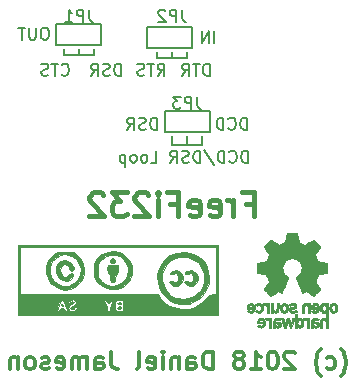
<source format=gbr>
G04 #@! TF.FileFunction,Legend,Bot*
%FSLAX46Y46*%
G04 Gerber Fmt 4.6, Leading zero omitted, Abs format (unit mm)*
G04 Created by KiCad (PCBNEW 4.0.7) date Thursday, 17 May 2018 'PMt' 20:57:55*
%MOMM*%
%LPD*%
G01*
G04 APERTURE LIST*
%ADD10C,0.100000*%
%ADD11C,0.200000*%
%ADD12C,0.400000*%
%ADD13C,0.300000*%
%ADD14C,0.010000*%
%ADD15C,0.150000*%
G04 APERTURE END LIST*
D10*
D11*
X118633809Y-89352381D02*
X118633809Y-88352381D01*
X118157619Y-89352381D02*
X118157619Y-88352381D01*
X117586190Y-89352381D01*
X117586190Y-88352381D01*
X104378000Y-88098381D02*
X104187523Y-88098381D01*
X104092285Y-88146000D01*
X103997047Y-88241238D01*
X103949428Y-88431714D01*
X103949428Y-88765048D01*
X103997047Y-88955524D01*
X104092285Y-89050762D01*
X104187523Y-89098381D01*
X104378000Y-89098381D01*
X104473238Y-89050762D01*
X104568476Y-88955524D01*
X104616095Y-88765048D01*
X104616095Y-88431714D01*
X104568476Y-88241238D01*
X104473238Y-88146000D01*
X104378000Y-88098381D01*
X103520857Y-88098381D02*
X103520857Y-88907905D01*
X103473238Y-89003143D01*
X103425619Y-89050762D01*
X103330381Y-89098381D01*
X103139904Y-89098381D01*
X103044666Y-89050762D01*
X102997047Y-89003143D01*
X102949428Y-88907905D01*
X102949428Y-88098381D01*
X102616095Y-88098381D02*
X102044666Y-88098381D01*
X102330381Y-89098381D02*
X102330381Y-88098381D01*
D12*
X121300096Y-102981143D02*
X121966763Y-102981143D01*
X121966763Y-104028762D02*
X121966763Y-102028762D01*
X121014382Y-102028762D01*
X120252477Y-104028762D02*
X120252477Y-102695429D01*
X120252477Y-103076381D02*
X120157238Y-102885905D01*
X120062000Y-102790667D01*
X119871524Y-102695429D01*
X119681048Y-102695429D01*
X118252477Y-103933524D02*
X118442953Y-104028762D01*
X118823905Y-104028762D01*
X119014382Y-103933524D01*
X119109620Y-103743048D01*
X119109620Y-102981143D01*
X119014382Y-102790667D01*
X118823905Y-102695429D01*
X118442953Y-102695429D01*
X118252477Y-102790667D01*
X118157239Y-102981143D01*
X118157239Y-103171619D01*
X119109620Y-103362095D01*
X116538191Y-103933524D02*
X116728667Y-104028762D01*
X117109619Y-104028762D01*
X117300096Y-103933524D01*
X117395334Y-103743048D01*
X117395334Y-102981143D01*
X117300096Y-102790667D01*
X117109619Y-102695429D01*
X116728667Y-102695429D01*
X116538191Y-102790667D01*
X116442953Y-102981143D01*
X116442953Y-103171619D01*
X117395334Y-103362095D01*
X114919143Y-102981143D02*
X115585810Y-102981143D01*
X115585810Y-104028762D02*
X115585810Y-102028762D01*
X114633429Y-102028762D01*
X113871524Y-104028762D02*
X113871524Y-102695429D01*
X113871524Y-102028762D02*
X113966762Y-102124000D01*
X113871524Y-102219238D01*
X113776285Y-102124000D01*
X113871524Y-102028762D01*
X113871524Y-102219238D01*
X113014381Y-102219238D02*
X112919143Y-102124000D01*
X112728666Y-102028762D01*
X112252476Y-102028762D01*
X112062000Y-102124000D01*
X111966762Y-102219238D01*
X111871523Y-102409714D01*
X111871523Y-102600190D01*
X111966762Y-102885905D01*
X113109619Y-104028762D01*
X111871523Y-104028762D01*
X111204857Y-102028762D02*
X109966761Y-102028762D01*
X110633428Y-102790667D01*
X110347714Y-102790667D01*
X110157238Y-102885905D01*
X110062000Y-102981143D01*
X109966761Y-103171619D01*
X109966761Y-103647810D01*
X110062000Y-103838286D01*
X110157238Y-103933524D01*
X110347714Y-104028762D01*
X110919142Y-104028762D01*
X111109619Y-103933524D01*
X111204857Y-103838286D01*
X109204857Y-102219238D02*
X109109619Y-102124000D01*
X108919142Y-102028762D01*
X108442952Y-102028762D01*
X108252476Y-102124000D01*
X108157238Y-102219238D01*
X108061999Y-102409714D01*
X108061999Y-102600190D01*
X108157238Y-102885905D01*
X109300095Y-104028762D01*
X108061999Y-104028762D01*
D13*
X129355713Y-117582000D02*
X129427141Y-117510571D01*
X129569998Y-117296286D01*
X129641427Y-117153429D01*
X129712856Y-116939143D01*
X129784284Y-116582000D01*
X129784284Y-116296286D01*
X129712856Y-115939143D01*
X129641427Y-115724857D01*
X129569998Y-115582000D01*
X129427141Y-115367714D01*
X129355713Y-115296286D01*
X128141427Y-116939143D02*
X128284284Y-117010571D01*
X128569998Y-117010571D01*
X128712856Y-116939143D01*
X128784284Y-116867714D01*
X128855713Y-116724857D01*
X128855713Y-116296286D01*
X128784284Y-116153429D01*
X128712856Y-116082000D01*
X128569998Y-116010571D01*
X128284284Y-116010571D01*
X128141427Y-116082000D01*
X127641427Y-117582000D02*
X127569999Y-117510571D01*
X127427142Y-117296286D01*
X127355713Y-117153429D01*
X127284284Y-116939143D01*
X127212856Y-116582000D01*
X127212856Y-116296286D01*
X127284284Y-115939143D01*
X127355713Y-115724857D01*
X127427142Y-115582000D01*
X127569999Y-115367714D01*
X127641427Y-115296286D01*
X125427142Y-115653429D02*
X125355713Y-115582000D01*
X125212856Y-115510571D01*
X124855713Y-115510571D01*
X124712856Y-115582000D01*
X124641427Y-115653429D01*
X124569999Y-115796286D01*
X124569999Y-115939143D01*
X124641427Y-116153429D01*
X125498570Y-117010571D01*
X124569999Y-117010571D01*
X123641428Y-115510571D02*
X123498571Y-115510571D01*
X123355714Y-115582000D01*
X123284285Y-115653429D01*
X123212856Y-115796286D01*
X123141428Y-116082000D01*
X123141428Y-116439143D01*
X123212856Y-116724857D01*
X123284285Y-116867714D01*
X123355714Y-116939143D01*
X123498571Y-117010571D01*
X123641428Y-117010571D01*
X123784285Y-116939143D01*
X123855714Y-116867714D01*
X123927142Y-116724857D01*
X123998571Y-116439143D01*
X123998571Y-116082000D01*
X123927142Y-115796286D01*
X123855714Y-115653429D01*
X123784285Y-115582000D01*
X123641428Y-115510571D01*
X121712857Y-117010571D02*
X122570000Y-117010571D01*
X122141428Y-117010571D02*
X122141428Y-115510571D01*
X122284285Y-115724857D01*
X122427143Y-115867714D01*
X122570000Y-115939143D01*
X120855714Y-116153429D02*
X120998572Y-116082000D01*
X121070000Y-116010571D01*
X121141429Y-115867714D01*
X121141429Y-115796286D01*
X121070000Y-115653429D01*
X120998572Y-115582000D01*
X120855714Y-115510571D01*
X120570000Y-115510571D01*
X120427143Y-115582000D01*
X120355714Y-115653429D01*
X120284286Y-115796286D01*
X120284286Y-115867714D01*
X120355714Y-116010571D01*
X120427143Y-116082000D01*
X120570000Y-116153429D01*
X120855714Y-116153429D01*
X120998572Y-116224857D01*
X121070000Y-116296286D01*
X121141429Y-116439143D01*
X121141429Y-116724857D01*
X121070000Y-116867714D01*
X120998572Y-116939143D01*
X120855714Y-117010571D01*
X120570000Y-117010571D01*
X120427143Y-116939143D01*
X120355714Y-116867714D01*
X120284286Y-116724857D01*
X120284286Y-116439143D01*
X120355714Y-116296286D01*
X120427143Y-116224857D01*
X120570000Y-116153429D01*
X118498572Y-117010571D02*
X118498572Y-115510571D01*
X118141429Y-115510571D01*
X117927144Y-115582000D01*
X117784286Y-115724857D01*
X117712858Y-115867714D01*
X117641429Y-116153429D01*
X117641429Y-116367714D01*
X117712858Y-116653429D01*
X117784286Y-116796286D01*
X117927144Y-116939143D01*
X118141429Y-117010571D01*
X118498572Y-117010571D01*
X116355715Y-117010571D02*
X116355715Y-116224857D01*
X116427144Y-116082000D01*
X116570001Y-116010571D01*
X116855715Y-116010571D01*
X116998572Y-116082000D01*
X116355715Y-116939143D02*
X116498572Y-117010571D01*
X116855715Y-117010571D01*
X116998572Y-116939143D01*
X117070001Y-116796286D01*
X117070001Y-116653429D01*
X116998572Y-116510571D01*
X116855715Y-116439143D01*
X116498572Y-116439143D01*
X116355715Y-116367714D01*
X115641429Y-116010571D02*
X115641429Y-117010571D01*
X115641429Y-116153429D02*
X115570001Y-116082000D01*
X115427143Y-116010571D01*
X115212858Y-116010571D01*
X115070001Y-116082000D01*
X114998572Y-116224857D01*
X114998572Y-117010571D01*
X114284286Y-117010571D02*
X114284286Y-116010571D01*
X114284286Y-115510571D02*
X114355715Y-115582000D01*
X114284286Y-115653429D01*
X114212858Y-115582000D01*
X114284286Y-115510571D01*
X114284286Y-115653429D01*
X112998572Y-116939143D02*
X113141429Y-117010571D01*
X113427143Y-117010571D01*
X113570000Y-116939143D01*
X113641429Y-116796286D01*
X113641429Y-116224857D01*
X113570000Y-116082000D01*
X113427143Y-116010571D01*
X113141429Y-116010571D01*
X112998572Y-116082000D01*
X112927143Y-116224857D01*
X112927143Y-116367714D01*
X113641429Y-116510571D01*
X112070000Y-117010571D02*
X112212858Y-116939143D01*
X112284286Y-116796286D01*
X112284286Y-115510571D01*
X109927144Y-115510571D02*
X109927144Y-116582000D01*
X109998572Y-116796286D01*
X110141429Y-116939143D01*
X110355715Y-117010571D01*
X110498572Y-117010571D01*
X108570001Y-117010571D02*
X108570001Y-116224857D01*
X108641430Y-116082000D01*
X108784287Y-116010571D01*
X109070001Y-116010571D01*
X109212858Y-116082000D01*
X108570001Y-116939143D02*
X108712858Y-117010571D01*
X109070001Y-117010571D01*
X109212858Y-116939143D01*
X109284287Y-116796286D01*
X109284287Y-116653429D01*
X109212858Y-116510571D01*
X109070001Y-116439143D01*
X108712858Y-116439143D01*
X108570001Y-116367714D01*
X107855715Y-117010571D02*
X107855715Y-116010571D01*
X107855715Y-116153429D02*
X107784287Y-116082000D01*
X107641429Y-116010571D01*
X107427144Y-116010571D01*
X107284287Y-116082000D01*
X107212858Y-116224857D01*
X107212858Y-117010571D01*
X107212858Y-116224857D02*
X107141429Y-116082000D01*
X106998572Y-116010571D01*
X106784287Y-116010571D01*
X106641429Y-116082000D01*
X106570001Y-116224857D01*
X106570001Y-117010571D01*
X105284287Y-116939143D02*
X105427144Y-117010571D01*
X105712858Y-117010571D01*
X105855715Y-116939143D01*
X105927144Y-116796286D01*
X105927144Y-116224857D01*
X105855715Y-116082000D01*
X105712858Y-116010571D01*
X105427144Y-116010571D01*
X105284287Y-116082000D01*
X105212858Y-116224857D01*
X105212858Y-116367714D01*
X105927144Y-116510571D01*
X104641430Y-116939143D02*
X104498573Y-117010571D01*
X104212858Y-117010571D01*
X104070001Y-116939143D01*
X103998573Y-116796286D01*
X103998573Y-116724857D01*
X104070001Y-116582000D01*
X104212858Y-116510571D01*
X104427144Y-116510571D01*
X104570001Y-116439143D01*
X104641430Y-116296286D01*
X104641430Y-116224857D01*
X104570001Y-116082000D01*
X104427144Y-116010571D01*
X104212858Y-116010571D01*
X104070001Y-116082000D01*
X103141429Y-117010571D02*
X103284287Y-116939143D01*
X103355715Y-116867714D01*
X103427144Y-116724857D01*
X103427144Y-116296286D01*
X103355715Y-116153429D01*
X103284287Y-116082000D01*
X103141429Y-116010571D01*
X102927144Y-116010571D01*
X102784287Y-116082000D01*
X102712858Y-116153429D01*
X102641429Y-116296286D01*
X102641429Y-116724857D01*
X102712858Y-116867714D01*
X102784287Y-116939143D01*
X102927144Y-117010571D01*
X103141429Y-117010571D01*
X101998572Y-116010571D02*
X101998572Y-117010571D01*
X101998572Y-116153429D02*
X101927144Y-116082000D01*
X101784286Y-116010571D01*
X101570001Y-116010571D01*
X101427144Y-116082000D01*
X101355715Y-116224857D01*
X101355715Y-117010571D01*
D11*
X116332000Y-90678000D02*
X116332000Y-90170000D01*
X115062000Y-90678000D02*
X116332000Y-90678000D01*
X115062000Y-90170000D02*
X115062000Y-90678000D01*
X115062000Y-90678000D02*
X115062000Y-90170000D01*
X113792000Y-90678000D02*
X115062000Y-90678000D01*
X113792000Y-90170000D02*
X113792000Y-90678000D01*
X108458000Y-89916000D02*
X108458000Y-90424000D01*
X108458000Y-90424000D02*
X108458000Y-89916000D01*
X107188000Y-90424000D02*
X108458000Y-90424000D01*
X107188000Y-89916000D02*
X107188000Y-90424000D01*
X107188000Y-90424000D02*
X107188000Y-89916000D01*
X105918000Y-90424000D02*
X107188000Y-90424000D01*
X105918000Y-89916000D02*
X105918000Y-90424000D01*
X118236857Y-92146381D02*
X118236857Y-91146381D01*
X117998762Y-91146381D01*
X117855904Y-91194000D01*
X117760666Y-91289238D01*
X117713047Y-91384476D01*
X117665428Y-91574952D01*
X117665428Y-91717810D01*
X117713047Y-91908286D01*
X117760666Y-92003524D01*
X117855904Y-92098762D01*
X117998762Y-92146381D01*
X118236857Y-92146381D01*
X117379714Y-91146381D02*
X116808285Y-91146381D01*
X117094000Y-92146381D02*
X117094000Y-91146381D01*
X115903523Y-92146381D02*
X116236857Y-91670190D01*
X116474952Y-92146381D02*
X116474952Y-91146381D01*
X116093999Y-91146381D01*
X115998761Y-91194000D01*
X115951142Y-91241619D01*
X115903523Y-91336857D01*
X115903523Y-91479714D01*
X115951142Y-91574952D01*
X115998761Y-91622571D01*
X116093999Y-91670190D01*
X116474952Y-91670190D01*
X113831619Y-92146381D02*
X114164953Y-91670190D01*
X114403048Y-92146381D02*
X114403048Y-91146381D01*
X114022095Y-91146381D01*
X113926857Y-91194000D01*
X113879238Y-91241619D01*
X113831619Y-91336857D01*
X113831619Y-91479714D01*
X113879238Y-91574952D01*
X113926857Y-91622571D01*
X114022095Y-91670190D01*
X114403048Y-91670190D01*
X113545905Y-91146381D02*
X112974476Y-91146381D01*
X113260191Y-92146381D02*
X113260191Y-91146381D01*
X112688762Y-92098762D02*
X112545905Y-92146381D01*
X112307809Y-92146381D01*
X112212571Y-92098762D01*
X112164952Y-92051143D01*
X112117333Y-91955905D01*
X112117333Y-91860667D01*
X112164952Y-91765429D01*
X112212571Y-91717810D01*
X112307809Y-91670190D01*
X112498286Y-91622571D01*
X112593524Y-91574952D01*
X112641143Y-91527333D01*
X112688762Y-91432095D01*
X112688762Y-91336857D01*
X112641143Y-91241619D01*
X112593524Y-91194000D01*
X112498286Y-91146381D01*
X112260190Y-91146381D01*
X112117333Y-91194000D01*
X105703619Y-92051143D02*
X105751238Y-92098762D01*
X105894095Y-92146381D01*
X105989333Y-92146381D01*
X106132191Y-92098762D01*
X106227429Y-92003524D01*
X106275048Y-91908286D01*
X106322667Y-91717810D01*
X106322667Y-91574952D01*
X106275048Y-91384476D01*
X106227429Y-91289238D01*
X106132191Y-91194000D01*
X105989333Y-91146381D01*
X105894095Y-91146381D01*
X105751238Y-91194000D01*
X105703619Y-91241619D01*
X105417905Y-91146381D02*
X104846476Y-91146381D01*
X105132191Y-92146381D02*
X105132191Y-91146381D01*
X104560762Y-92098762D02*
X104417905Y-92146381D01*
X104179809Y-92146381D01*
X104084571Y-92098762D01*
X104036952Y-92051143D01*
X103989333Y-91955905D01*
X103989333Y-91860667D01*
X104036952Y-91765429D01*
X104084571Y-91717810D01*
X104179809Y-91670190D01*
X104370286Y-91622571D01*
X104465524Y-91574952D01*
X104513143Y-91527333D01*
X104560762Y-91432095D01*
X104560762Y-91336857D01*
X104513143Y-91241619D01*
X104465524Y-91194000D01*
X104370286Y-91146381D01*
X104132190Y-91146381D01*
X103989333Y-91194000D01*
X110712095Y-92146381D02*
X110712095Y-91146381D01*
X110474000Y-91146381D01*
X110331142Y-91194000D01*
X110235904Y-91289238D01*
X110188285Y-91384476D01*
X110140666Y-91574952D01*
X110140666Y-91717810D01*
X110188285Y-91908286D01*
X110235904Y-92003524D01*
X110331142Y-92098762D01*
X110474000Y-92146381D01*
X110712095Y-92146381D01*
X109759714Y-92098762D02*
X109616857Y-92146381D01*
X109378761Y-92146381D01*
X109283523Y-92098762D01*
X109235904Y-92051143D01*
X109188285Y-91955905D01*
X109188285Y-91860667D01*
X109235904Y-91765429D01*
X109283523Y-91717810D01*
X109378761Y-91670190D01*
X109569238Y-91622571D01*
X109664476Y-91574952D01*
X109712095Y-91527333D01*
X109759714Y-91432095D01*
X109759714Y-91336857D01*
X109712095Y-91241619D01*
X109664476Y-91194000D01*
X109569238Y-91146381D01*
X109331142Y-91146381D01*
X109188285Y-91194000D01*
X108188285Y-92146381D02*
X108521619Y-91670190D01*
X108759714Y-92146381D02*
X108759714Y-91146381D01*
X108378761Y-91146381D01*
X108283523Y-91194000D01*
X108235904Y-91241619D01*
X108188285Y-91336857D01*
X108188285Y-91479714D01*
X108235904Y-91574952D01*
X108283523Y-91622571D01*
X108378761Y-91670190D01*
X108759714Y-91670190D01*
X117602000Y-98044000D02*
X117602000Y-97282000D01*
X116332000Y-98044000D02*
X117602000Y-98044000D01*
X115062000Y-97282000D02*
X115062000Y-98044000D01*
X115062000Y-98044000D02*
X115062000Y-97282000D01*
X116332000Y-98044000D02*
X115062000Y-98044000D01*
X116332000Y-97282000D02*
X116332000Y-98044000D01*
X113760095Y-96718381D02*
X113760095Y-95718381D01*
X113522000Y-95718381D01*
X113379142Y-95766000D01*
X113283904Y-95861238D01*
X113236285Y-95956476D01*
X113188666Y-96146952D01*
X113188666Y-96289810D01*
X113236285Y-96480286D01*
X113283904Y-96575524D01*
X113379142Y-96670762D01*
X113522000Y-96718381D01*
X113760095Y-96718381D01*
X112807714Y-96670762D02*
X112664857Y-96718381D01*
X112426761Y-96718381D01*
X112331523Y-96670762D01*
X112283904Y-96623143D01*
X112236285Y-96527905D01*
X112236285Y-96432667D01*
X112283904Y-96337429D01*
X112331523Y-96289810D01*
X112426761Y-96242190D01*
X112617238Y-96194571D01*
X112712476Y-96146952D01*
X112760095Y-96099333D01*
X112807714Y-96004095D01*
X112807714Y-95908857D01*
X112760095Y-95813619D01*
X112712476Y-95766000D01*
X112617238Y-95718381D01*
X112379142Y-95718381D01*
X112236285Y-95766000D01*
X111236285Y-96718381D02*
X111569619Y-96242190D01*
X111807714Y-96718381D02*
X111807714Y-95718381D01*
X111426761Y-95718381D01*
X111331523Y-95766000D01*
X111283904Y-95813619D01*
X111236285Y-95908857D01*
X111236285Y-96051714D01*
X111283904Y-96146952D01*
X111331523Y-96194571D01*
X111426761Y-96242190D01*
X111807714Y-96242190D01*
X121403905Y-96718381D02*
X121403905Y-95718381D01*
X121165810Y-95718381D01*
X121022952Y-95766000D01*
X120927714Y-95861238D01*
X120880095Y-95956476D01*
X120832476Y-96146952D01*
X120832476Y-96289810D01*
X120880095Y-96480286D01*
X120927714Y-96575524D01*
X121022952Y-96670762D01*
X121165810Y-96718381D01*
X121403905Y-96718381D01*
X119832476Y-96623143D02*
X119880095Y-96670762D01*
X120022952Y-96718381D01*
X120118190Y-96718381D01*
X120261048Y-96670762D01*
X120356286Y-96575524D01*
X120403905Y-96480286D01*
X120451524Y-96289810D01*
X120451524Y-96146952D01*
X120403905Y-95956476D01*
X120356286Y-95861238D01*
X120261048Y-95766000D01*
X120118190Y-95718381D01*
X120022952Y-95718381D01*
X119880095Y-95766000D01*
X119832476Y-95813619D01*
X119403905Y-96718381D02*
X119403905Y-95718381D01*
X119165810Y-95718381D01*
X119022952Y-95766000D01*
X118927714Y-95861238D01*
X118880095Y-95956476D01*
X118832476Y-96146952D01*
X118832476Y-96289810D01*
X118880095Y-96480286D01*
X118927714Y-96575524D01*
X119022952Y-96670762D01*
X119165810Y-96718381D01*
X119403905Y-96718381D01*
X121482762Y-99512381D02*
X121482762Y-98512381D01*
X121244667Y-98512381D01*
X121101809Y-98560000D01*
X121006571Y-98655238D01*
X120958952Y-98750476D01*
X120911333Y-98940952D01*
X120911333Y-99083810D01*
X120958952Y-99274286D01*
X121006571Y-99369524D01*
X121101809Y-99464762D01*
X121244667Y-99512381D01*
X121482762Y-99512381D01*
X119911333Y-99417143D02*
X119958952Y-99464762D01*
X120101809Y-99512381D01*
X120197047Y-99512381D01*
X120339905Y-99464762D01*
X120435143Y-99369524D01*
X120482762Y-99274286D01*
X120530381Y-99083810D01*
X120530381Y-98940952D01*
X120482762Y-98750476D01*
X120435143Y-98655238D01*
X120339905Y-98560000D01*
X120197047Y-98512381D01*
X120101809Y-98512381D01*
X119958952Y-98560000D01*
X119911333Y-98607619D01*
X119482762Y-99512381D02*
X119482762Y-98512381D01*
X119244667Y-98512381D01*
X119101809Y-98560000D01*
X119006571Y-98655238D01*
X118958952Y-98750476D01*
X118911333Y-98940952D01*
X118911333Y-99083810D01*
X118958952Y-99274286D01*
X119006571Y-99369524D01*
X119101809Y-99464762D01*
X119244667Y-99512381D01*
X119482762Y-99512381D01*
X117768476Y-98464762D02*
X118625619Y-99750476D01*
X117435143Y-99512381D02*
X117435143Y-98512381D01*
X117197048Y-98512381D01*
X117054190Y-98560000D01*
X116958952Y-98655238D01*
X116911333Y-98750476D01*
X116863714Y-98940952D01*
X116863714Y-99083810D01*
X116911333Y-99274286D01*
X116958952Y-99369524D01*
X117054190Y-99464762D01*
X117197048Y-99512381D01*
X117435143Y-99512381D01*
X116482762Y-99464762D02*
X116339905Y-99512381D01*
X116101809Y-99512381D01*
X116006571Y-99464762D01*
X115958952Y-99417143D01*
X115911333Y-99321905D01*
X115911333Y-99226667D01*
X115958952Y-99131429D01*
X116006571Y-99083810D01*
X116101809Y-99036190D01*
X116292286Y-98988571D01*
X116387524Y-98940952D01*
X116435143Y-98893333D01*
X116482762Y-98798095D01*
X116482762Y-98702857D01*
X116435143Y-98607619D01*
X116387524Y-98560000D01*
X116292286Y-98512381D01*
X116054190Y-98512381D01*
X115911333Y-98560000D01*
X114911333Y-99512381D02*
X115244667Y-99036190D01*
X115482762Y-99512381D02*
X115482762Y-98512381D01*
X115101809Y-98512381D01*
X115006571Y-98560000D01*
X114958952Y-98607619D01*
X114911333Y-98702857D01*
X114911333Y-98845714D01*
X114958952Y-98940952D01*
X115006571Y-98988571D01*
X115101809Y-99036190D01*
X115482762Y-99036190D01*
X113244666Y-99512381D02*
X113720857Y-99512381D01*
X113720857Y-98512381D01*
X112768476Y-99512381D02*
X112863714Y-99464762D01*
X112911333Y-99417143D01*
X112958952Y-99321905D01*
X112958952Y-99036190D01*
X112911333Y-98940952D01*
X112863714Y-98893333D01*
X112768476Y-98845714D01*
X112625618Y-98845714D01*
X112530380Y-98893333D01*
X112482761Y-98940952D01*
X112435142Y-99036190D01*
X112435142Y-99321905D01*
X112482761Y-99417143D01*
X112530380Y-99464762D01*
X112625618Y-99512381D01*
X112768476Y-99512381D01*
X111863714Y-99512381D02*
X111958952Y-99464762D01*
X112006571Y-99417143D01*
X112054190Y-99321905D01*
X112054190Y-99036190D01*
X112006571Y-98940952D01*
X111958952Y-98893333D01*
X111863714Y-98845714D01*
X111720856Y-98845714D01*
X111625618Y-98893333D01*
X111577999Y-98940952D01*
X111530380Y-99036190D01*
X111530380Y-99321905D01*
X111577999Y-99417143D01*
X111625618Y-99464762D01*
X111720856Y-99512381D01*
X111863714Y-99512381D01*
X111101809Y-98845714D02*
X111101809Y-99845714D01*
X111101809Y-98893333D02*
X111006571Y-98845714D01*
X110816094Y-98845714D01*
X110720856Y-98893333D01*
X110673237Y-98940952D01*
X110625618Y-99036190D01*
X110625618Y-99321905D01*
X110673237Y-99417143D01*
X110720856Y-99464762D01*
X110816094Y-99512381D01*
X111006571Y-99512381D01*
X111101809Y-99464762D01*
D14*
G36*
X102023333Y-112437333D02*
X118956666Y-112437333D01*
X118956666Y-106680000D01*
X118787333Y-106680000D01*
X118787333Y-110659333D01*
X118505170Y-110659333D01*
X118303537Y-110688489D01*
X118130107Y-110799339D01*
X117948471Y-111000956D01*
X117514628Y-111437528D01*
X117024615Y-111725912D01*
X116457244Y-111875213D01*
X115860646Y-111898094D01*
X115450532Y-111859915D01*
X115120854Y-111772080D01*
X114810829Y-111626368D01*
X114488330Y-111409396D01*
X114223260Y-111167333D01*
X110913333Y-111167333D01*
X110913333Y-112098667D01*
X110627367Y-112098667D01*
X110405459Y-112068768D01*
X110256774Y-111996255D01*
X110251860Y-111990777D01*
X110205104Y-111840132D01*
X110202486Y-111597657D01*
X110210308Y-111525110D01*
X110249162Y-111300852D01*
X110318036Y-111197753D01*
X110414340Y-111178919D01*
X109992579Y-111178919D01*
X109988241Y-111308365D01*
X109941841Y-111417129D01*
X109850529Y-111640638D01*
X109812666Y-111826351D01*
X109785731Y-111989033D01*
X109756222Y-112042222D01*
X109639169Y-112097031D01*
X109570235Y-111998908D01*
X109558666Y-111878903D01*
X109547172Y-111827136D01*
X106988463Y-111827136D01*
X106916260Y-111934600D01*
X106896958Y-111954280D01*
X106670066Y-112084191D01*
X106484221Y-112063651D01*
X106128474Y-112063651D01*
X106052760Y-112097410D01*
X105959518Y-111997319D01*
X105948618Y-111971667D01*
X105833295Y-111865162D01*
X105736951Y-111844667D01*
X105578044Y-111902700D01*
X105525284Y-111971667D01*
X105439801Y-112082585D01*
X105352930Y-112079414D01*
X105325333Y-111995664D01*
X105359305Y-111809999D01*
X105443602Y-111579092D01*
X105551800Y-111358874D01*
X105657472Y-111205276D01*
X105716700Y-111167333D01*
X105827592Y-111247068D01*
X105957345Y-111472079D01*
X106094331Y-111821076D01*
X106125289Y-111915541D01*
X106128474Y-112063651D01*
X106484221Y-112063651D01*
X106434058Y-112058107D01*
X106308645Y-111969216D01*
X106218540Y-111798732D01*
X106291611Y-111643116D01*
X106521715Y-111514900D01*
X106533277Y-111510805D01*
X106702784Y-111433180D01*
X106726280Y-111357634D01*
X106695822Y-111318622D01*
X106580578Y-111262196D01*
X106493733Y-111319733D01*
X106353395Y-111413221D01*
X106266867Y-111385423D01*
X106256666Y-111334851D01*
X106325283Y-111239679D01*
X106465826Y-111153070D01*
X106659808Y-111101089D01*
X106804493Y-111165252D01*
X106926686Y-111344088D01*
X106891321Y-111518350D01*
X106707308Y-111652441D01*
X106680000Y-111662646D01*
X106503901Y-111749066D01*
X106426190Y-111836742D01*
X106426000Y-111840262D01*
X106490383Y-111913135D01*
X106627244Y-111924303D01*
X106752156Y-111875727D01*
X106783011Y-111831967D01*
X106876441Y-111765595D01*
X106928406Y-111772246D01*
X106988463Y-111827136D01*
X109547172Y-111827136D01*
X109509541Y-111657659D01*
X109390611Y-111423305D01*
X109383568Y-111413237D01*
X109279207Y-111248392D01*
X109279761Y-111178079D01*
X109337027Y-111167333D01*
X109483064Y-111233032D01*
X109554397Y-111315500D01*
X109631775Y-111417427D01*
X109705022Y-111381207D01*
X109758438Y-111315500D01*
X109906106Y-111175827D01*
X109992579Y-111178919D01*
X110414340Y-111178919D01*
X110466322Y-111168753D01*
X110585814Y-111167333D01*
X110913333Y-111167333D01*
X114223260Y-111167333D01*
X114198017Y-111144281D01*
X114096849Y-111023294D01*
X113834333Y-110665937D01*
X108013500Y-110662635D01*
X102192666Y-110659333D01*
X102192666Y-106680000D01*
X118787333Y-106680000D01*
X118956666Y-106680000D01*
X118956666Y-106510667D01*
X102023333Y-106510667D01*
X102023333Y-112437333D01*
X102023333Y-112437333D01*
G37*
X102023333Y-112437333D02*
X118956666Y-112437333D01*
X118956666Y-106680000D01*
X118787333Y-106680000D01*
X118787333Y-110659333D01*
X118505170Y-110659333D01*
X118303537Y-110688489D01*
X118130107Y-110799339D01*
X117948471Y-111000956D01*
X117514628Y-111437528D01*
X117024615Y-111725912D01*
X116457244Y-111875213D01*
X115860646Y-111898094D01*
X115450532Y-111859915D01*
X115120854Y-111772080D01*
X114810829Y-111626368D01*
X114488330Y-111409396D01*
X114223260Y-111167333D01*
X110913333Y-111167333D01*
X110913333Y-112098667D01*
X110627367Y-112098667D01*
X110405459Y-112068768D01*
X110256774Y-111996255D01*
X110251860Y-111990777D01*
X110205104Y-111840132D01*
X110202486Y-111597657D01*
X110210308Y-111525110D01*
X110249162Y-111300852D01*
X110318036Y-111197753D01*
X110414340Y-111178919D01*
X109992579Y-111178919D01*
X109988241Y-111308365D01*
X109941841Y-111417129D01*
X109850529Y-111640638D01*
X109812666Y-111826351D01*
X109785731Y-111989033D01*
X109756222Y-112042222D01*
X109639169Y-112097031D01*
X109570235Y-111998908D01*
X109558666Y-111878903D01*
X109547172Y-111827136D01*
X106988463Y-111827136D01*
X106916260Y-111934600D01*
X106896958Y-111954280D01*
X106670066Y-112084191D01*
X106484221Y-112063651D01*
X106128474Y-112063651D01*
X106052760Y-112097410D01*
X105959518Y-111997319D01*
X105948618Y-111971667D01*
X105833295Y-111865162D01*
X105736951Y-111844667D01*
X105578044Y-111902700D01*
X105525284Y-111971667D01*
X105439801Y-112082585D01*
X105352930Y-112079414D01*
X105325333Y-111995664D01*
X105359305Y-111809999D01*
X105443602Y-111579092D01*
X105551800Y-111358874D01*
X105657472Y-111205276D01*
X105716700Y-111167333D01*
X105827592Y-111247068D01*
X105957345Y-111472079D01*
X106094331Y-111821076D01*
X106125289Y-111915541D01*
X106128474Y-112063651D01*
X106484221Y-112063651D01*
X106434058Y-112058107D01*
X106308645Y-111969216D01*
X106218540Y-111798732D01*
X106291611Y-111643116D01*
X106521715Y-111514900D01*
X106533277Y-111510805D01*
X106702784Y-111433180D01*
X106726280Y-111357634D01*
X106695822Y-111318622D01*
X106580578Y-111262196D01*
X106493733Y-111319733D01*
X106353395Y-111413221D01*
X106266867Y-111385423D01*
X106256666Y-111334851D01*
X106325283Y-111239679D01*
X106465826Y-111153070D01*
X106659808Y-111101089D01*
X106804493Y-111165252D01*
X106926686Y-111344088D01*
X106891321Y-111518350D01*
X106707308Y-111652441D01*
X106680000Y-111662646D01*
X106503901Y-111749066D01*
X106426190Y-111836742D01*
X106426000Y-111840262D01*
X106490383Y-111913135D01*
X106627244Y-111924303D01*
X106752156Y-111875727D01*
X106783011Y-111831967D01*
X106876441Y-111765595D01*
X106928406Y-111772246D01*
X106988463Y-111827136D01*
X109547172Y-111827136D01*
X109509541Y-111657659D01*
X109390611Y-111423305D01*
X109383568Y-111413237D01*
X109279207Y-111248392D01*
X109279761Y-111178079D01*
X109337027Y-111167333D01*
X109483064Y-111233032D01*
X109554397Y-111315500D01*
X109631775Y-111417427D01*
X109705022Y-111381207D01*
X109758438Y-111315500D01*
X109906106Y-111175827D01*
X109992579Y-111178919D01*
X110414340Y-111178919D01*
X110466322Y-111168753D01*
X110585814Y-111167333D01*
X110913333Y-111167333D01*
X114223260Y-111167333D01*
X114198017Y-111144281D01*
X114096849Y-111023294D01*
X113834333Y-110665937D01*
X108013500Y-110662635D01*
X102192666Y-110659333D01*
X102192666Y-106680000D01*
X118787333Y-106680000D01*
X118956666Y-106680000D01*
X118956666Y-106510667D01*
X102023333Y-106510667D01*
X102023333Y-112437333D01*
G36*
X110436762Y-111728273D02*
X110405333Y-111802333D01*
X110468228Y-111908942D01*
X110601951Y-111922953D01*
X110687555Y-111872889D01*
X110741799Y-111752062D01*
X110646282Y-111681924D01*
X110574666Y-111675333D01*
X110436762Y-111728273D01*
X110436762Y-111728273D01*
G37*
X110436762Y-111728273D02*
X110405333Y-111802333D01*
X110468228Y-111908942D01*
X110601951Y-111922953D01*
X110687555Y-111872889D01*
X110741799Y-111752062D01*
X110646282Y-111681924D01*
X110574666Y-111675333D01*
X110436762Y-111728273D01*
G36*
X110437086Y-111372123D02*
X110405333Y-111421333D01*
X110476246Y-111490123D01*
X110574666Y-111506000D01*
X110712247Y-111470544D01*
X110744000Y-111421333D01*
X110673087Y-111352543D01*
X110574666Y-111336667D01*
X110437086Y-111372123D01*
X110437086Y-111372123D01*
G37*
X110437086Y-111372123D02*
X110405333Y-111421333D01*
X110476246Y-111490123D01*
X110574666Y-111506000D01*
X110712247Y-111470544D01*
X110744000Y-111421333D01*
X110673087Y-111352543D01*
X110574666Y-111336667D01*
X110437086Y-111372123D01*
G36*
X105676183Y-111482860D02*
X105664000Y-111543336D01*
X105708204Y-111659179D01*
X105748666Y-111675333D01*
X105830910Y-111614566D01*
X105833333Y-111595663D01*
X105771789Y-111480996D01*
X105748666Y-111463667D01*
X105676183Y-111482860D01*
X105676183Y-111482860D01*
G37*
X105676183Y-111482860D02*
X105664000Y-111543336D01*
X105708204Y-111659179D01*
X105748666Y-111675333D01*
X105830910Y-111614566D01*
X105833333Y-111595663D01*
X105771789Y-111480996D01*
X105748666Y-111463667D01*
X105676183Y-111482860D01*
G36*
X115431334Y-107158201D02*
X114884427Y-107368342D01*
X114432758Y-107704178D01*
X114091821Y-108151846D01*
X113877112Y-108697484D01*
X113812737Y-109096177D01*
X113839250Y-109715831D01*
X114020774Y-110269487D01*
X114353666Y-110750334D01*
X114834282Y-111151559D01*
X114949982Y-111222923D01*
X115299611Y-111367657D01*
X115727150Y-111459442D01*
X116161526Y-111489199D01*
X116531664Y-111447850D01*
X116586548Y-111431969D01*
X117152661Y-111164726D01*
X117610525Y-110780095D01*
X117945366Y-110298054D01*
X118142412Y-109738580D01*
X118190948Y-109262333D01*
X118189813Y-109253448D01*
X117771333Y-109253448D01*
X117748323Y-109661493D01*
X117662020Y-109975236D01*
X117486516Y-110265534D01*
X117333231Y-110451552D01*
X116924772Y-110800868D01*
X116450794Y-111012740D01*
X115944576Y-111078852D01*
X115439398Y-110990883D01*
X115334447Y-110951175D01*
X114886298Y-110684255D01*
X114550948Y-110323526D01*
X114330040Y-109897429D01*
X114225217Y-109434407D01*
X114238118Y-108962905D01*
X114370387Y-108511363D01*
X114623666Y-108108226D01*
X114999595Y-107781936D01*
X115146666Y-107698093D01*
X115624092Y-107514288D01*
X116079364Y-107473566D01*
X116407645Y-107524502D01*
X116909731Y-107726043D01*
X117313915Y-108053256D01*
X117601189Y-108482039D01*
X117752543Y-108988293D01*
X117771333Y-109253448D01*
X118189813Y-109253448D01*
X118114292Y-108662716D01*
X117896576Y-108133036D01*
X117556173Y-107692028D01*
X117111458Y-107358426D01*
X116580805Y-107150962D01*
X116057980Y-107087617D01*
X115431334Y-107158201D01*
X115431334Y-107158201D01*
G37*
X115431334Y-107158201D02*
X114884427Y-107368342D01*
X114432758Y-107704178D01*
X114091821Y-108151846D01*
X113877112Y-108697484D01*
X113812737Y-109096177D01*
X113839250Y-109715831D01*
X114020774Y-110269487D01*
X114353666Y-110750334D01*
X114834282Y-111151559D01*
X114949982Y-111222923D01*
X115299611Y-111367657D01*
X115727150Y-111459442D01*
X116161526Y-111489199D01*
X116531664Y-111447850D01*
X116586548Y-111431969D01*
X117152661Y-111164726D01*
X117610525Y-110780095D01*
X117945366Y-110298054D01*
X118142412Y-109738580D01*
X118190948Y-109262333D01*
X118189813Y-109253448D01*
X117771333Y-109253448D01*
X117748323Y-109661493D01*
X117662020Y-109975236D01*
X117486516Y-110265534D01*
X117333231Y-110451552D01*
X116924772Y-110800868D01*
X116450794Y-111012740D01*
X115944576Y-111078852D01*
X115439398Y-110990883D01*
X115334447Y-110951175D01*
X114886298Y-110684255D01*
X114550948Y-110323526D01*
X114330040Y-109897429D01*
X114225217Y-109434407D01*
X114238118Y-108962905D01*
X114370387Y-108511363D01*
X114623666Y-108108226D01*
X114999595Y-107781936D01*
X115146666Y-107698093D01*
X115624092Y-107514288D01*
X116079364Y-107473566D01*
X116407645Y-107524502D01*
X116909731Y-107726043D01*
X117313915Y-108053256D01*
X117601189Y-108482039D01*
X117752543Y-108988293D01*
X117771333Y-109253448D01*
X118189813Y-109253448D01*
X118114292Y-108662716D01*
X117896576Y-108133036D01*
X117556173Y-107692028D01*
X117111458Y-107358426D01*
X116580805Y-107150962D01*
X116057980Y-107087617D01*
X115431334Y-107158201D01*
G36*
X109589331Y-107063482D02*
X109153590Y-107230639D01*
X108787960Y-107545279D01*
X108649664Y-107724864D01*
X108516193Y-107945854D01*
X108445002Y-108162682D01*
X108418115Y-108444683D01*
X108415666Y-108627333D01*
X108427559Y-108967264D01*
X108475060Y-109207769D01*
X108575900Y-109417810D01*
X108646577Y-109525348D01*
X109012124Y-109914596D01*
X109460645Y-110161458D01*
X109971194Y-110257245D01*
X110347317Y-110230944D01*
X110702906Y-110117181D01*
X111034503Y-109888368D01*
X111373778Y-109524560D01*
X111515192Y-109331076D01*
X111593266Y-109151140D01*
X111626309Y-108921340D01*
X111632679Y-108628001D01*
X111632663Y-108627333D01*
X111336666Y-108627333D01*
X111262856Y-109074058D01*
X111060570Y-109451121D01*
X110758527Y-109738789D01*
X110385448Y-109917330D01*
X109970051Y-109967009D01*
X109541055Y-109868093D01*
X109534780Y-109865427D01*
X109297114Y-109724988D01*
X109054166Y-109525195D01*
X109008333Y-109478868D01*
X108871462Y-109317179D01*
X108794998Y-109160940D01*
X108761702Y-108952298D01*
X108754334Y-108633399D01*
X108754333Y-108626476D01*
X108760369Y-108309617D01*
X108791573Y-108102813D01*
X108867587Y-107946873D01*
X109008056Y-107782609D01*
X109048263Y-107740813D01*
X109420292Y-107458859D01*
X109824095Y-107320865D01*
X110231110Y-107315766D01*
X110612776Y-107432496D01*
X110940530Y-107659990D01*
X111185810Y-107987185D01*
X111320053Y-108403014D01*
X111336666Y-108627333D01*
X111632663Y-108627333D01*
X111624504Y-108302256D01*
X111587349Y-108082089D01*
X111502939Y-107904084D01*
X111374099Y-107730775D01*
X111079952Y-107402821D01*
X110807083Y-107197142D01*
X110501937Y-107084113D01*
X110115193Y-107034377D01*
X109589331Y-107063482D01*
X109589331Y-107063482D01*
G37*
X109589331Y-107063482D02*
X109153590Y-107230639D01*
X108787960Y-107545279D01*
X108649664Y-107724864D01*
X108516193Y-107945854D01*
X108445002Y-108162682D01*
X108418115Y-108444683D01*
X108415666Y-108627333D01*
X108427559Y-108967264D01*
X108475060Y-109207769D01*
X108575900Y-109417810D01*
X108646577Y-109525348D01*
X109012124Y-109914596D01*
X109460645Y-110161458D01*
X109971194Y-110257245D01*
X110347317Y-110230944D01*
X110702906Y-110117181D01*
X111034503Y-109888368D01*
X111373778Y-109524560D01*
X111515192Y-109331076D01*
X111593266Y-109151140D01*
X111626309Y-108921340D01*
X111632679Y-108628001D01*
X111632663Y-108627333D01*
X111336666Y-108627333D01*
X111262856Y-109074058D01*
X111060570Y-109451121D01*
X110758527Y-109738789D01*
X110385448Y-109917330D01*
X109970051Y-109967009D01*
X109541055Y-109868093D01*
X109534780Y-109865427D01*
X109297114Y-109724988D01*
X109054166Y-109525195D01*
X109008333Y-109478868D01*
X108871462Y-109317179D01*
X108794998Y-109160940D01*
X108761702Y-108952298D01*
X108754334Y-108633399D01*
X108754333Y-108626476D01*
X108760369Y-108309617D01*
X108791573Y-108102813D01*
X108867587Y-107946873D01*
X109008056Y-107782609D01*
X109048263Y-107740813D01*
X109420292Y-107458859D01*
X109824095Y-107320865D01*
X110231110Y-107315766D01*
X110612776Y-107432496D01*
X110940530Y-107659990D01*
X111185810Y-107987185D01*
X111320053Y-108403014D01*
X111336666Y-108627333D01*
X111632663Y-108627333D01*
X111624504Y-108302256D01*
X111587349Y-108082089D01*
X111502939Y-107904084D01*
X111374099Y-107730775D01*
X111079952Y-107402821D01*
X110807083Y-107197142D01*
X110501937Y-107084113D01*
X110115193Y-107034377D01*
X109589331Y-107063482D01*
G36*
X105661125Y-107067521D02*
X105426283Y-107096238D01*
X105249150Y-107160880D01*
X105074020Y-107275178D01*
X105041834Y-107299471D01*
X104727579Y-107580303D01*
X104533579Y-107874016D01*
X104418885Y-108245334D01*
X104407883Y-108301510D01*
X104387127Y-108820007D01*
X104510707Y-109289971D01*
X104757114Y-109690435D01*
X105104839Y-110000433D01*
X105532373Y-110198998D01*
X106018208Y-110265162D01*
X106378223Y-110222201D01*
X106831380Y-110038594D01*
X107204713Y-109726030D01*
X107474109Y-109315456D01*
X107615457Y-108837822D01*
X107629978Y-108627333D01*
X107357333Y-108627333D01*
X107281313Y-109012734D01*
X107077294Y-109389968D01*
X106781338Y-109708948D01*
X106429509Y-109919584D01*
X106426000Y-109920910D01*
X106089031Y-109973813D01*
X105702453Y-109922690D01*
X105413757Y-109814583D01*
X105030351Y-109544545D01*
X104793319Y-109194048D01*
X104694434Y-108749517D01*
X104690333Y-108620743D01*
X104709421Y-108297937D01*
X104782787Y-108060806D01*
X104921710Y-107845135D01*
X105223242Y-107565187D01*
X105607500Y-107370733D01*
X106012324Y-107288054D01*
X106214357Y-107298603D01*
X106609212Y-107441456D01*
X106952236Y-107710419D01*
X107208888Y-108065339D01*
X107344626Y-108466060D01*
X107357333Y-108627333D01*
X107629978Y-108627333D01*
X107630872Y-108614387D01*
X107549631Y-108108812D01*
X107310661Y-107656173D01*
X106983682Y-107319511D01*
X106805337Y-107186772D01*
X106641807Y-107109294D01*
X106437800Y-107072404D01*
X106138025Y-107061433D01*
X106009384Y-107061000D01*
X105661125Y-107067521D01*
X105661125Y-107067521D01*
G37*
X105661125Y-107067521D02*
X105426283Y-107096238D01*
X105249150Y-107160880D01*
X105074020Y-107275178D01*
X105041834Y-107299471D01*
X104727579Y-107580303D01*
X104533579Y-107874016D01*
X104418885Y-108245334D01*
X104407883Y-108301510D01*
X104387127Y-108820007D01*
X104510707Y-109289971D01*
X104757114Y-109690435D01*
X105104839Y-110000433D01*
X105532373Y-110198998D01*
X106018208Y-110265162D01*
X106378223Y-110222201D01*
X106831380Y-110038594D01*
X107204713Y-109726030D01*
X107474109Y-109315456D01*
X107615457Y-108837822D01*
X107629978Y-108627333D01*
X107357333Y-108627333D01*
X107281313Y-109012734D01*
X107077294Y-109389968D01*
X106781338Y-109708948D01*
X106429509Y-109919584D01*
X106426000Y-109920910D01*
X106089031Y-109973813D01*
X105702453Y-109922690D01*
X105413757Y-109814583D01*
X105030351Y-109544545D01*
X104793319Y-109194048D01*
X104694434Y-108749517D01*
X104690333Y-108620743D01*
X104709421Y-108297937D01*
X104782787Y-108060806D01*
X104921710Y-107845135D01*
X105223242Y-107565187D01*
X105607500Y-107370733D01*
X106012324Y-107288054D01*
X106214357Y-107298603D01*
X106609212Y-107441456D01*
X106952236Y-107710419D01*
X107208888Y-108065339D01*
X107344626Y-108466060D01*
X107357333Y-108627333D01*
X107629978Y-108627333D01*
X107630872Y-108614387D01*
X107549631Y-108108812D01*
X107310661Y-107656173D01*
X106983682Y-107319511D01*
X106805337Y-107186772D01*
X106641807Y-107109294D01*
X106437800Y-107072404D01*
X106138025Y-107061433D01*
X106009384Y-107061000D01*
X105661125Y-107067521D01*
G36*
X116432450Y-108658332D02*
X116239195Y-108724239D01*
X116120683Y-108818963D01*
X116115111Y-108919017D01*
X116155091Y-108956621D01*
X116334929Y-108982145D01*
X116419042Y-108944867D01*
X116622941Y-108883812D01*
X116769216Y-108972570D01*
X116837476Y-109195763D01*
X116840000Y-109262333D01*
X116791923Y-109513417D01*
X116661284Y-109633494D01*
X116468471Y-109607189D01*
X116419042Y-109579799D01*
X116229119Y-109537839D01*
X116155091Y-109568157D01*
X116094192Y-109643494D01*
X116156223Y-109743476D01*
X116235546Y-109814387D01*
X116471506Y-109955660D01*
X116711651Y-109957300D01*
X116924666Y-109872816D01*
X117121340Y-109682150D01*
X117215160Y-109449117D01*
X117226718Y-109116328D01*
X117097710Y-108851463D01*
X116848740Y-108684500D01*
X116662256Y-108644732D01*
X116432450Y-108658332D01*
X116432450Y-108658332D01*
G37*
X116432450Y-108658332D02*
X116239195Y-108724239D01*
X116120683Y-108818963D01*
X116115111Y-108919017D01*
X116155091Y-108956621D01*
X116334929Y-108982145D01*
X116419042Y-108944867D01*
X116622941Y-108883812D01*
X116769216Y-108972570D01*
X116837476Y-109195763D01*
X116840000Y-109262333D01*
X116791923Y-109513417D01*
X116661284Y-109633494D01*
X116468471Y-109607189D01*
X116419042Y-109579799D01*
X116229119Y-109537839D01*
X116155091Y-109568157D01*
X116094192Y-109643494D01*
X116156223Y-109743476D01*
X116235546Y-109814387D01*
X116471506Y-109955660D01*
X116711651Y-109957300D01*
X116924666Y-109872816D01*
X117121340Y-109682150D01*
X117215160Y-109449117D01*
X117226718Y-109116328D01*
X117097710Y-108851463D01*
X116848740Y-108684500D01*
X116662256Y-108644732D01*
X116432450Y-108658332D01*
G36*
X115132304Y-108659300D02*
X114944892Y-108738548D01*
X114842794Y-108840100D01*
X114862668Y-108938978D01*
X114885091Y-108956621D01*
X115064929Y-108982145D01*
X115149042Y-108944867D01*
X115352941Y-108883812D01*
X115499216Y-108972570D01*
X115567476Y-109195763D01*
X115570000Y-109262333D01*
X115521923Y-109513417D01*
X115391284Y-109633494D01*
X115198471Y-109607189D01*
X115149042Y-109579799D01*
X114959119Y-109537839D01*
X114885091Y-109568157D01*
X114824192Y-109643494D01*
X114886223Y-109743476D01*
X114965546Y-109814387D01*
X115173359Y-109942503D01*
X115401669Y-109961745D01*
X115592317Y-109923415D01*
X115742312Y-109814332D01*
X115883384Y-109605420D01*
X115976573Y-109363496D01*
X115993333Y-109235622D01*
X115917770Y-108979533D01*
X115726663Y-108763519D01*
X115473385Y-108639529D01*
X115368370Y-108627333D01*
X115132304Y-108659300D01*
X115132304Y-108659300D01*
G37*
X115132304Y-108659300D02*
X114944892Y-108738548D01*
X114842794Y-108840100D01*
X114862668Y-108938978D01*
X114885091Y-108956621D01*
X115064929Y-108982145D01*
X115149042Y-108944867D01*
X115352941Y-108883812D01*
X115499216Y-108972570D01*
X115567476Y-109195763D01*
X115570000Y-109262333D01*
X115521923Y-109513417D01*
X115391284Y-109633494D01*
X115198471Y-109607189D01*
X115149042Y-109579799D01*
X114959119Y-109537839D01*
X114885091Y-109568157D01*
X114824192Y-109643494D01*
X114886223Y-109743476D01*
X114965546Y-109814387D01*
X115173359Y-109942503D01*
X115401669Y-109961745D01*
X115592317Y-109923415D01*
X115742312Y-109814332D01*
X115883384Y-109605420D01*
X115976573Y-109363496D01*
X115993333Y-109235622D01*
X115917770Y-108979533D01*
X115726663Y-108763519D01*
X115473385Y-108639529D01*
X115368370Y-108627333D01*
X115132304Y-108659300D01*
G36*
X109574260Y-108486924D02*
X109592375Y-108777744D01*
X109676121Y-108910257D01*
X109764862Y-109053452D01*
X109823340Y-109285219D01*
X109829861Y-109347000D01*
X109858084Y-109563722D01*
X109918670Y-109653634D01*
X110041028Y-109659236D01*
X110045500Y-109658611D01*
X110171868Y-109612905D01*
X110226191Y-109490733D01*
X110236000Y-109302985D01*
X110273421Y-109031911D01*
X110368973Y-108899999D01*
X110461462Y-108775481D01*
X110477461Y-108530447D01*
X110474806Y-108493625D01*
X110447666Y-108161667D01*
X109601000Y-108161667D01*
X109574260Y-108486924D01*
X109574260Y-108486924D01*
G37*
X109574260Y-108486924D02*
X109592375Y-108777744D01*
X109676121Y-108910257D01*
X109764862Y-109053452D01*
X109823340Y-109285219D01*
X109829861Y-109347000D01*
X109858084Y-109563722D01*
X109918670Y-109653634D01*
X110041028Y-109659236D01*
X110045500Y-109658611D01*
X110171868Y-109612905D01*
X110226191Y-109490733D01*
X110236000Y-109302985D01*
X110273421Y-109031911D01*
X110368973Y-108899999D01*
X110461462Y-108775481D01*
X110477461Y-108530447D01*
X110474806Y-108493625D01*
X110447666Y-108161667D01*
X109601000Y-108161667D01*
X109574260Y-108486924D01*
G36*
X109885228Y-107681960D02*
X109825458Y-107815053D01*
X109828548Y-107842938D01*
X109915929Y-107977995D01*
X110059406Y-108017290D01*
X110184176Y-107947855D01*
X110205165Y-107908233D01*
X110206141Y-107742790D01*
X110168266Y-107679067D01*
X110024165Y-107624732D01*
X109885228Y-107681960D01*
X109885228Y-107681960D01*
G37*
X109885228Y-107681960D02*
X109825458Y-107815053D01*
X109828548Y-107842938D01*
X109915929Y-107977995D01*
X110059406Y-108017290D01*
X110184176Y-107947855D01*
X110205165Y-107908233D01*
X110206141Y-107742790D01*
X110168266Y-107679067D01*
X110024165Y-107624732D01*
X109885228Y-107681960D01*
G36*
X105661509Y-107863984D02*
X105410333Y-108048782D01*
X105240546Y-108341938D01*
X105231829Y-108369442D01*
X105195105Y-108736062D01*
X105292353Y-109064235D01*
X105497031Y-109323502D01*
X105782592Y-109483405D01*
X106122492Y-109513486D01*
X106214333Y-109496800D01*
X106480255Y-109364495D01*
X106668165Y-109142485D01*
X106705966Y-109045183D01*
X106688628Y-108916201D01*
X106573531Y-108880427D01*
X106403940Y-108937333D01*
X106256666Y-109050667D01*
X106105034Y-109174974D01*
X106002666Y-109220000D01*
X105885864Y-109165351D01*
X105748666Y-109050667D01*
X105614914Y-108830248D01*
X105582353Y-108577754D01*
X105640171Y-108342477D01*
X105777557Y-108173706D01*
X105952945Y-108119333D01*
X106122683Y-108158915D01*
X106261191Y-108249962D01*
X106315284Y-108350927D01*
X106297746Y-108388698D01*
X106319846Y-108468879D01*
X106413341Y-108573544D01*
X106574491Y-108653760D01*
X106687804Y-108597309D01*
X106725311Y-108435688D01*
X106687164Y-108265176D01*
X106506901Y-107988139D01*
X106249440Y-107830822D01*
X105954427Y-107790384D01*
X105661509Y-107863984D01*
X105661509Y-107863984D01*
G37*
X105661509Y-107863984D02*
X105410333Y-108048782D01*
X105240546Y-108341938D01*
X105231829Y-108369442D01*
X105195105Y-108736062D01*
X105292353Y-109064235D01*
X105497031Y-109323502D01*
X105782592Y-109483405D01*
X106122492Y-109513486D01*
X106214333Y-109496800D01*
X106480255Y-109364495D01*
X106668165Y-109142485D01*
X106705966Y-109045183D01*
X106688628Y-108916201D01*
X106573531Y-108880427D01*
X106403940Y-108937333D01*
X106256666Y-109050667D01*
X106105034Y-109174974D01*
X106002666Y-109220000D01*
X105885864Y-109165351D01*
X105748666Y-109050667D01*
X105614914Y-108830248D01*
X105582353Y-108577754D01*
X105640171Y-108342477D01*
X105777557Y-108173706D01*
X105952945Y-108119333D01*
X106122683Y-108158915D01*
X106261191Y-108249962D01*
X106315284Y-108350927D01*
X106297746Y-108388698D01*
X106319846Y-108468879D01*
X106413341Y-108573544D01*
X106574491Y-108653760D01*
X106687804Y-108597309D01*
X106725311Y-108435688D01*
X106687164Y-108265176D01*
X106506901Y-107988139D01*
X106249440Y-107830822D01*
X105954427Y-107790384D01*
X105661509Y-107863984D01*
G36*
X127758640Y-111426468D02*
X127723408Y-111443874D01*
X127679960Y-111474206D01*
X127648294Y-111507283D01*
X127626606Y-111548817D01*
X127613097Y-111604522D01*
X127605962Y-111680111D01*
X127603400Y-111781296D01*
X127603250Y-111824797D01*
X127603688Y-111920135D01*
X127605504Y-111988271D01*
X127609455Y-112035418D01*
X127616298Y-112067790D01*
X127626789Y-112091600D01*
X127637704Y-112107843D01*
X127707381Y-112176952D01*
X127789434Y-112218521D01*
X127877950Y-112231023D01*
X127967019Y-112212934D01*
X127995237Y-112200142D01*
X128062790Y-112164931D01*
X128062790Y-112716700D01*
X128013488Y-112691205D01*
X127948527Y-112671480D01*
X127868680Y-112666427D01*
X127788948Y-112675756D01*
X127728735Y-112696714D01*
X127678792Y-112736627D01*
X127636119Y-112793741D01*
X127632910Y-112799605D01*
X127619378Y-112827227D01*
X127609495Y-112855068D01*
X127602691Y-112888794D01*
X127598399Y-112934071D01*
X127596049Y-112996562D01*
X127595072Y-113081935D01*
X127594895Y-113178010D01*
X127594895Y-113484526D01*
X127778711Y-113484526D01*
X127778711Y-112919339D01*
X127830125Y-112876077D01*
X127883534Y-112841472D01*
X127934112Y-112835180D01*
X127984970Y-112851372D01*
X128012075Y-112867227D01*
X128032249Y-112889810D01*
X128046597Y-112923940D01*
X128056224Y-112974434D01*
X128062237Y-113046111D01*
X128065740Y-113143788D01*
X128066974Y-113208802D01*
X128071145Y-113476171D01*
X128158875Y-113481222D01*
X128246606Y-113486273D01*
X128246606Y-111827101D01*
X128062790Y-111827101D01*
X128058104Y-111919600D01*
X128042312Y-111983809D01*
X128012817Y-112023759D01*
X127967020Y-112043480D01*
X127920750Y-112047421D01*
X127868372Y-112042892D01*
X127833610Y-112025069D01*
X127811872Y-112001519D01*
X127794760Y-111976189D01*
X127784573Y-111947969D01*
X127780040Y-111908431D01*
X127779891Y-111849142D01*
X127781416Y-111799498D01*
X127784919Y-111724710D01*
X127790133Y-111675611D01*
X127798913Y-111644467D01*
X127813114Y-111623545D01*
X127826516Y-111611452D01*
X127882513Y-111585081D01*
X127948789Y-111580822D01*
X127986844Y-111589906D01*
X128024523Y-111622196D01*
X128049481Y-111685006D01*
X128061578Y-111777894D01*
X128062790Y-111827101D01*
X128246606Y-111827101D01*
X128246606Y-111412421D01*
X128154698Y-111412421D01*
X128099517Y-111414603D01*
X128071048Y-111422351D01*
X128062794Y-111437468D01*
X128062790Y-111437916D01*
X128058960Y-111452720D01*
X128042067Y-111451039D01*
X128008481Y-111434772D01*
X127930222Y-111409887D01*
X127842173Y-111407271D01*
X127758640Y-111426468D01*
X127758640Y-111426468D01*
G37*
X127758640Y-111426468D02*
X127723408Y-111443874D01*
X127679960Y-111474206D01*
X127648294Y-111507283D01*
X127626606Y-111548817D01*
X127613097Y-111604522D01*
X127605962Y-111680111D01*
X127603400Y-111781296D01*
X127603250Y-111824797D01*
X127603688Y-111920135D01*
X127605504Y-111988271D01*
X127609455Y-112035418D01*
X127616298Y-112067790D01*
X127626789Y-112091600D01*
X127637704Y-112107843D01*
X127707381Y-112176952D01*
X127789434Y-112218521D01*
X127877950Y-112231023D01*
X127967019Y-112212934D01*
X127995237Y-112200142D01*
X128062790Y-112164931D01*
X128062790Y-112716700D01*
X128013488Y-112691205D01*
X127948527Y-112671480D01*
X127868680Y-112666427D01*
X127788948Y-112675756D01*
X127728735Y-112696714D01*
X127678792Y-112736627D01*
X127636119Y-112793741D01*
X127632910Y-112799605D01*
X127619378Y-112827227D01*
X127609495Y-112855068D01*
X127602691Y-112888794D01*
X127598399Y-112934071D01*
X127596049Y-112996562D01*
X127595072Y-113081935D01*
X127594895Y-113178010D01*
X127594895Y-113484526D01*
X127778711Y-113484526D01*
X127778711Y-112919339D01*
X127830125Y-112876077D01*
X127883534Y-112841472D01*
X127934112Y-112835180D01*
X127984970Y-112851372D01*
X128012075Y-112867227D01*
X128032249Y-112889810D01*
X128046597Y-112923940D01*
X128056224Y-112974434D01*
X128062237Y-113046111D01*
X128065740Y-113143788D01*
X128066974Y-113208802D01*
X128071145Y-113476171D01*
X128158875Y-113481222D01*
X128246606Y-113486273D01*
X128246606Y-111827101D01*
X128062790Y-111827101D01*
X128058104Y-111919600D01*
X128042312Y-111983809D01*
X128012817Y-112023759D01*
X127967020Y-112043480D01*
X127920750Y-112047421D01*
X127868372Y-112042892D01*
X127833610Y-112025069D01*
X127811872Y-112001519D01*
X127794760Y-111976189D01*
X127784573Y-111947969D01*
X127780040Y-111908431D01*
X127779891Y-111849142D01*
X127781416Y-111799498D01*
X127784919Y-111724710D01*
X127790133Y-111675611D01*
X127798913Y-111644467D01*
X127813114Y-111623545D01*
X127826516Y-111611452D01*
X127882513Y-111585081D01*
X127948789Y-111580822D01*
X127986844Y-111589906D01*
X128024523Y-111622196D01*
X128049481Y-111685006D01*
X128061578Y-111777894D01*
X128062790Y-111827101D01*
X128246606Y-111827101D01*
X128246606Y-111412421D01*
X128154698Y-111412421D01*
X128099517Y-111414603D01*
X128071048Y-111422351D01*
X128062794Y-111437468D01*
X128062790Y-111437916D01*
X128058960Y-111452720D01*
X128042067Y-111451039D01*
X128008481Y-111434772D01*
X127930222Y-111409887D01*
X127842173Y-111407271D01*
X127758640Y-111426468D01*
G36*
X127061543Y-112672184D02*
X126982930Y-112693160D01*
X126923084Y-112731180D01*
X126880853Y-112780978D01*
X126867725Y-112802230D01*
X126858032Y-112824492D01*
X126851256Y-112852970D01*
X126846877Y-112892871D01*
X126844376Y-112949401D01*
X126843232Y-113027767D01*
X126842928Y-113133176D01*
X126842922Y-113161142D01*
X126842922Y-113484526D01*
X126923132Y-113484526D01*
X126974294Y-113480943D01*
X127012123Y-113471866D01*
X127021601Y-113466268D01*
X127047512Y-113456606D01*
X127073976Y-113466268D01*
X127117548Y-113478330D01*
X127180840Y-113483185D01*
X127250990Y-113481078D01*
X127315140Y-113472256D01*
X127352593Y-113460937D01*
X127425067Y-113414412D01*
X127470360Y-113349846D01*
X127490722Y-113264000D01*
X127490912Y-113261796D01*
X127489125Y-113223713D01*
X127327527Y-113223713D01*
X127313399Y-113267030D01*
X127290388Y-113291408D01*
X127244196Y-113309845D01*
X127183225Y-113317205D01*
X127121051Y-113313583D01*
X127071249Y-113299074D01*
X127057297Y-113289765D01*
X127032915Y-113246753D01*
X127026737Y-113197857D01*
X127026737Y-113133605D01*
X127119182Y-113133605D01*
X127207005Y-113140366D01*
X127273582Y-113159520D01*
X127314998Y-113189376D01*
X127327527Y-113223713D01*
X127489125Y-113223713D01*
X127486510Y-113168004D01*
X127455576Y-113093847D01*
X127397419Y-113037767D01*
X127389380Y-113032665D01*
X127354837Y-113016055D01*
X127312082Y-113005996D01*
X127252314Y-113001107D01*
X127181310Y-112999983D01*
X127026737Y-112999921D01*
X127026737Y-112935125D01*
X127033294Y-112884850D01*
X127050025Y-112851169D01*
X127051984Y-112849376D01*
X127089217Y-112834642D01*
X127145420Y-112828931D01*
X127207533Y-112831737D01*
X127262490Y-112842556D01*
X127295101Y-112858782D01*
X127312772Y-112871780D01*
X127331431Y-112874262D01*
X127357181Y-112863613D01*
X127396127Y-112837218D01*
X127454370Y-112792465D01*
X127459716Y-112788273D01*
X127456977Y-112772760D01*
X127434124Y-112746960D01*
X127399391Y-112718289D01*
X127361010Y-112694166D01*
X127348952Y-112688470D01*
X127304966Y-112677103D01*
X127240513Y-112668995D01*
X127168503Y-112665743D01*
X127165136Y-112665736D01*
X127061543Y-112672184D01*
X127061543Y-112672184D01*
G37*
X127061543Y-112672184D02*
X126982930Y-112693160D01*
X126923084Y-112731180D01*
X126880853Y-112780978D01*
X126867725Y-112802230D01*
X126858032Y-112824492D01*
X126851256Y-112852970D01*
X126846877Y-112892871D01*
X126844376Y-112949401D01*
X126843232Y-113027767D01*
X126842928Y-113133176D01*
X126842922Y-113161142D01*
X126842922Y-113484526D01*
X126923132Y-113484526D01*
X126974294Y-113480943D01*
X127012123Y-113471866D01*
X127021601Y-113466268D01*
X127047512Y-113456606D01*
X127073976Y-113466268D01*
X127117548Y-113478330D01*
X127180840Y-113483185D01*
X127250990Y-113481078D01*
X127315140Y-113472256D01*
X127352593Y-113460937D01*
X127425067Y-113414412D01*
X127470360Y-113349846D01*
X127490722Y-113264000D01*
X127490912Y-113261796D01*
X127489125Y-113223713D01*
X127327527Y-113223713D01*
X127313399Y-113267030D01*
X127290388Y-113291408D01*
X127244196Y-113309845D01*
X127183225Y-113317205D01*
X127121051Y-113313583D01*
X127071249Y-113299074D01*
X127057297Y-113289765D01*
X127032915Y-113246753D01*
X127026737Y-113197857D01*
X127026737Y-113133605D01*
X127119182Y-113133605D01*
X127207005Y-113140366D01*
X127273582Y-113159520D01*
X127314998Y-113189376D01*
X127327527Y-113223713D01*
X127489125Y-113223713D01*
X127486510Y-113168004D01*
X127455576Y-113093847D01*
X127397419Y-113037767D01*
X127389380Y-113032665D01*
X127354837Y-113016055D01*
X127312082Y-113005996D01*
X127252314Y-113001107D01*
X127181310Y-112999983D01*
X127026737Y-112999921D01*
X127026737Y-112935125D01*
X127033294Y-112884850D01*
X127050025Y-112851169D01*
X127051984Y-112849376D01*
X127089217Y-112834642D01*
X127145420Y-112828931D01*
X127207533Y-112831737D01*
X127262490Y-112842556D01*
X127295101Y-112858782D01*
X127312772Y-112871780D01*
X127331431Y-112874262D01*
X127357181Y-112863613D01*
X127396127Y-112837218D01*
X127454370Y-112792465D01*
X127459716Y-112788273D01*
X127456977Y-112772760D01*
X127434124Y-112746960D01*
X127399391Y-112718289D01*
X127361010Y-112694166D01*
X127348952Y-112688470D01*
X127304966Y-112677103D01*
X127240513Y-112668995D01*
X127168503Y-112665743D01*
X127165136Y-112665736D01*
X127061543Y-112672184D01*
G36*
X126542119Y-112667486D02*
X126517112Y-112674982D01*
X126509050Y-112691451D01*
X126508711Y-112698886D01*
X126507264Y-112719594D01*
X126497302Y-112722845D01*
X126470388Y-112708648D01*
X126454402Y-112698948D01*
X126403967Y-112678175D01*
X126343728Y-112667904D01*
X126280566Y-112667114D01*
X126221363Y-112674786D01*
X126172998Y-112689898D01*
X126142354Y-112711432D01*
X126136311Y-112738366D01*
X126139361Y-112745660D01*
X126161594Y-112775937D01*
X126196070Y-112813175D01*
X126202306Y-112819195D01*
X126235167Y-112846875D01*
X126263520Y-112855818D01*
X126303173Y-112849576D01*
X126319058Y-112845429D01*
X126368491Y-112835467D01*
X126403248Y-112839947D01*
X126432600Y-112855746D01*
X126459487Y-112876949D01*
X126479290Y-112903614D01*
X126493052Y-112940827D01*
X126501816Y-112993673D01*
X126506626Y-113067237D01*
X126508526Y-113166605D01*
X126508711Y-113226601D01*
X126508711Y-113484526D01*
X126675816Y-113484526D01*
X126675816Y-112665710D01*
X126592264Y-112665710D01*
X126542119Y-112667486D01*
X126542119Y-112667486D01*
G37*
X126542119Y-112667486D02*
X126517112Y-112674982D01*
X126509050Y-112691451D01*
X126508711Y-112698886D01*
X126507264Y-112719594D01*
X126497302Y-112722845D01*
X126470388Y-112708648D01*
X126454402Y-112698948D01*
X126403967Y-112678175D01*
X126343728Y-112667904D01*
X126280566Y-112667114D01*
X126221363Y-112674786D01*
X126172998Y-112689898D01*
X126142354Y-112711432D01*
X126136311Y-112738366D01*
X126139361Y-112745660D01*
X126161594Y-112775937D01*
X126196070Y-112813175D01*
X126202306Y-112819195D01*
X126235167Y-112846875D01*
X126263520Y-112855818D01*
X126303173Y-112849576D01*
X126319058Y-112845429D01*
X126368491Y-112835467D01*
X126403248Y-112839947D01*
X126432600Y-112855746D01*
X126459487Y-112876949D01*
X126479290Y-112903614D01*
X126493052Y-112940827D01*
X126501816Y-112993673D01*
X126506626Y-113067237D01*
X126508526Y-113166605D01*
X126508711Y-113226601D01*
X126508711Y-113484526D01*
X126675816Y-113484526D01*
X126675816Y-112665710D01*
X126592264Y-112665710D01*
X126542119Y-112667486D01*
G36*
X125489369Y-113484526D02*
X125581277Y-113484526D01*
X125634623Y-113482962D01*
X125662407Y-113476485D01*
X125672410Y-113462418D01*
X125673185Y-113452906D01*
X125674872Y-113433832D01*
X125685510Y-113430174D01*
X125713465Y-113441932D01*
X125735205Y-113452906D01*
X125818668Y-113478911D01*
X125909396Y-113480416D01*
X125983158Y-113461021D01*
X126051846Y-113414165D01*
X126104206Y-113345004D01*
X126132878Y-113263427D01*
X126133608Y-113258866D01*
X126137868Y-113209101D01*
X126139986Y-113137659D01*
X126139816Y-113083626D01*
X125957280Y-113083626D01*
X125953051Y-113155441D01*
X125943432Y-113214634D01*
X125930410Y-113248060D01*
X125881144Y-113293740D01*
X125822650Y-113310115D01*
X125762329Y-113296873D01*
X125710783Y-113257373D01*
X125691262Y-113230807D01*
X125679848Y-113199106D01*
X125674502Y-113152832D01*
X125673185Y-113083328D01*
X125675542Y-113014499D01*
X125681767Y-112954026D01*
X125690592Y-112913556D01*
X125692063Y-112909929D01*
X125727653Y-112866802D01*
X125779600Y-112843124D01*
X125837722Y-112839301D01*
X125891840Y-112855738D01*
X125931774Y-112892840D01*
X125935917Y-112900222D01*
X125948884Y-112945239D01*
X125955948Y-113009967D01*
X125957280Y-113083626D01*
X126139816Y-113083626D01*
X126139729Y-113056230D01*
X126138528Y-113012405D01*
X126130355Y-112903988D01*
X126113370Y-112822588D01*
X126085113Y-112762412D01*
X126043128Y-112717666D01*
X126002368Y-112691400D01*
X125945419Y-112672935D01*
X125874589Y-112666602D01*
X125802059Y-112671760D01*
X125740014Y-112687769D01*
X125707232Y-112706920D01*
X125673185Y-112737732D01*
X125673185Y-112348210D01*
X125489369Y-112348210D01*
X125489369Y-113484526D01*
X125489369Y-113484526D01*
G37*
X125489369Y-113484526D02*
X125581277Y-113484526D01*
X125634623Y-113482962D01*
X125662407Y-113476485D01*
X125672410Y-113462418D01*
X125673185Y-113452906D01*
X125674872Y-113433832D01*
X125685510Y-113430174D01*
X125713465Y-113441932D01*
X125735205Y-113452906D01*
X125818668Y-113478911D01*
X125909396Y-113480416D01*
X125983158Y-113461021D01*
X126051846Y-113414165D01*
X126104206Y-113345004D01*
X126132878Y-113263427D01*
X126133608Y-113258866D01*
X126137868Y-113209101D01*
X126139986Y-113137659D01*
X126139816Y-113083626D01*
X125957280Y-113083626D01*
X125953051Y-113155441D01*
X125943432Y-113214634D01*
X125930410Y-113248060D01*
X125881144Y-113293740D01*
X125822650Y-113310115D01*
X125762329Y-113296873D01*
X125710783Y-113257373D01*
X125691262Y-113230807D01*
X125679848Y-113199106D01*
X125674502Y-113152832D01*
X125673185Y-113083328D01*
X125675542Y-113014499D01*
X125681767Y-112954026D01*
X125690592Y-112913556D01*
X125692063Y-112909929D01*
X125727653Y-112866802D01*
X125779600Y-112843124D01*
X125837722Y-112839301D01*
X125891840Y-112855738D01*
X125931774Y-112892840D01*
X125935917Y-112900222D01*
X125948884Y-112945239D01*
X125955948Y-113009967D01*
X125957280Y-113083626D01*
X126139816Y-113083626D01*
X126139729Y-113056230D01*
X126138528Y-113012405D01*
X126130355Y-112903988D01*
X126113370Y-112822588D01*
X126085113Y-112762412D01*
X126043128Y-112717666D01*
X126002368Y-112691400D01*
X125945419Y-112672935D01*
X125874589Y-112666602D01*
X125802059Y-112671760D01*
X125740014Y-112687769D01*
X125707232Y-112706920D01*
X125673185Y-112737732D01*
X125673185Y-112348210D01*
X125489369Y-112348210D01*
X125489369Y-113484526D01*
G36*
X124847870Y-112669104D02*
X124781780Y-112674066D01*
X124695374Y-112933079D01*
X124608969Y-113192092D01*
X124581876Y-113100184D01*
X124565572Y-113043384D01*
X124544125Y-112966625D01*
X124520965Y-112882251D01*
X124508720Y-112836993D01*
X124462656Y-112665710D01*
X124272613Y-112665710D01*
X124329418Y-112845349D01*
X124357393Y-112933704D01*
X124391187Y-113040281D01*
X124426480Y-113151454D01*
X124457987Y-113250579D01*
X124529750Y-113476171D01*
X124684714Y-113486253D01*
X124726730Y-113347528D01*
X124752641Y-113261351D01*
X124780917Y-113166347D01*
X124805631Y-113082441D01*
X124806606Y-113079102D01*
X124825065Y-113022248D01*
X124841351Y-112983456D01*
X124852758Y-112968787D01*
X124855102Y-112970483D01*
X124863329Y-112993225D01*
X124878962Y-113041940D01*
X124900096Y-113110502D01*
X124924830Y-113192785D01*
X124938213Y-113238046D01*
X125010689Y-113484526D01*
X125164505Y-113484526D01*
X125287469Y-113096006D01*
X125322012Y-112987022D01*
X125353479Y-112888048D01*
X125380384Y-112803736D01*
X125401241Y-112738734D01*
X125414562Y-112697692D01*
X125418612Y-112685701D01*
X125415406Y-112673423D01*
X125390235Y-112668046D01*
X125337854Y-112668584D01*
X125329655Y-112668990D01*
X125232518Y-112674066D01*
X125168900Y-112908013D01*
X125145516Y-112993333D01*
X125124619Y-113068335D01*
X125108049Y-113126507D01*
X125097646Y-113161337D01*
X125095724Y-113167016D01*
X125087759Y-113160486D01*
X125071696Y-113126654D01*
X125049379Y-113070127D01*
X125022655Y-112995510D01*
X125000063Y-112928107D01*
X124913959Y-112664143D01*
X124847870Y-112669104D01*
X124847870Y-112669104D01*
G37*
X124847870Y-112669104D02*
X124781780Y-112674066D01*
X124695374Y-112933079D01*
X124608969Y-113192092D01*
X124581876Y-113100184D01*
X124565572Y-113043384D01*
X124544125Y-112966625D01*
X124520965Y-112882251D01*
X124508720Y-112836993D01*
X124462656Y-112665710D01*
X124272613Y-112665710D01*
X124329418Y-112845349D01*
X124357393Y-112933704D01*
X124391187Y-113040281D01*
X124426480Y-113151454D01*
X124457987Y-113250579D01*
X124529750Y-113476171D01*
X124684714Y-113486253D01*
X124726730Y-113347528D01*
X124752641Y-113261351D01*
X124780917Y-113166347D01*
X124805631Y-113082441D01*
X124806606Y-113079102D01*
X124825065Y-113022248D01*
X124841351Y-112983456D01*
X124852758Y-112968787D01*
X124855102Y-112970483D01*
X124863329Y-112993225D01*
X124878962Y-113041940D01*
X124900096Y-113110502D01*
X124924830Y-113192785D01*
X124938213Y-113238046D01*
X125010689Y-113484526D01*
X125164505Y-113484526D01*
X125287469Y-113096006D01*
X125322012Y-112987022D01*
X125353479Y-112888048D01*
X125380384Y-112803736D01*
X125401241Y-112738734D01*
X125414562Y-112697692D01*
X125418612Y-112685701D01*
X125415406Y-112673423D01*
X125390235Y-112668046D01*
X125337854Y-112668584D01*
X125329655Y-112668990D01*
X125232518Y-112674066D01*
X125168900Y-112908013D01*
X125145516Y-112993333D01*
X125124619Y-113068335D01*
X125108049Y-113126507D01*
X125097646Y-113161337D01*
X125095724Y-113167016D01*
X125087759Y-113160486D01*
X125071696Y-113126654D01*
X125049379Y-113070127D01*
X125022655Y-112995510D01*
X125000063Y-112928107D01*
X124913959Y-112664143D01*
X124847870Y-112669104D01*
G36*
X123842008Y-112670673D02*
X123771573Y-112687780D01*
X123751213Y-112696844D01*
X123711747Y-112720583D01*
X123681459Y-112747321D01*
X123659048Y-112781699D01*
X123643214Y-112828360D01*
X123632657Y-112891946D01*
X123626076Y-112977099D01*
X123622172Y-113088462D01*
X123620690Y-113162849D01*
X123615235Y-113484526D01*
X123708420Y-113484526D01*
X123764953Y-113482156D01*
X123794078Y-113474055D01*
X123801606Y-113460451D01*
X123805580Y-113445741D01*
X123823348Y-113448554D01*
X123847560Y-113460348D01*
X123908172Y-113478427D01*
X123986071Y-113483299D01*
X124068005Y-113475330D01*
X124140719Y-113454889D01*
X124147241Y-113452051D01*
X124213698Y-113405365D01*
X124257509Y-113340464D01*
X124277668Y-113264600D01*
X124276128Y-113237344D01*
X124111655Y-113237344D01*
X124097163Y-113274024D01*
X124054195Y-113300309D01*
X123984871Y-113314417D01*
X123947823Y-113316290D01*
X123886081Y-113311494D01*
X123845040Y-113292858D01*
X123835027Y-113284000D01*
X123807900Y-113235806D01*
X123801606Y-113192092D01*
X123801606Y-113133605D01*
X123883070Y-113133605D01*
X123977766Y-113138432D01*
X124044187Y-113153613D01*
X124086154Y-113180200D01*
X124095551Y-113192052D01*
X124111655Y-113237344D01*
X124276128Y-113237344D01*
X124273171Y-113185026D01*
X124243015Y-113108995D01*
X124201869Y-113057612D01*
X124176948Y-113035397D01*
X124152552Y-113020798D01*
X124120809Y-113011897D01*
X124073848Y-113006775D01*
X124003796Y-113003515D01*
X123976010Y-113002577D01*
X123801606Y-112996879D01*
X123801862Y-112944091D01*
X123808616Y-112888603D01*
X123833036Y-112855052D01*
X123882370Y-112833618D01*
X123883694Y-112833236D01*
X123953640Y-112824808D01*
X124022086Y-112835816D01*
X124072953Y-112862585D01*
X124093363Y-112875803D01*
X124115346Y-112873974D01*
X124149174Y-112854824D01*
X124169039Y-112841308D01*
X124207894Y-112812432D01*
X124231962Y-112790786D01*
X124235824Y-112784589D01*
X124219921Y-112752519D01*
X124172935Y-112714219D01*
X124152527Y-112701297D01*
X124093857Y-112679041D01*
X124014788Y-112666432D01*
X123926959Y-112663600D01*
X123842008Y-112670673D01*
X123842008Y-112670673D01*
G37*
X123842008Y-112670673D02*
X123771573Y-112687780D01*
X123751213Y-112696844D01*
X123711747Y-112720583D01*
X123681459Y-112747321D01*
X123659048Y-112781699D01*
X123643214Y-112828360D01*
X123632657Y-112891946D01*
X123626076Y-112977099D01*
X123622172Y-113088462D01*
X123620690Y-113162849D01*
X123615235Y-113484526D01*
X123708420Y-113484526D01*
X123764953Y-113482156D01*
X123794078Y-113474055D01*
X123801606Y-113460451D01*
X123805580Y-113445741D01*
X123823348Y-113448554D01*
X123847560Y-113460348D01*
X123908172Y-113478427D01*
X123986071Y-113483299D01*
X124068005Y-113475330D01*
X124140719Y-113454889D01*
X124147241Y-113452051D01*
X124213698Y-113405365D01*
X124257509Y-113340464D01*
X124277668Y-113264600D01*
X124276128Y-113237344D01*
X124111655Y-113237344D01*
X124097163Y-113274024D01*
X124054195Y-113300309D01*
X123984871Y-113314417D01*
X123947823Y-113316290D01*
X123886081Y-113311494D01*
X123845040Y-113292858D01*
X123835027Y-113284000D01*
X123807900Y-113235806D01*
X123801606Y-113192092D01*
X123801606Y-113133605D01*
X123883070Y-113133605D01*
X123977766Y-113138432D01*
X124044187Y-113153613D01*
X124086154Y-113180200D01*
X124095551Y-113192052D01*
X124111655Y-113237344D01*
X124276128Y-113237344D01*
X124273171Y-113185026D01*
X124243015Y-113108995D01*
X124201869Y-113057612D01*
X124176948Y-113035397D01*
X124152552Y-113020798D01*
X124120809Y-113011897D01*
X124073848Y-113006775D01*
X124003796Y-113003515D01*
X123976010Y-113002577D01*
X123801606Y-112996879D01*
X123801862Y-112944091D01*
X123808616Y-112888603D01*
X123833036Y-112855052D01*
X123882370Y-112833618D01*
X123883694Y-112833236D01*
X123953640Y-112824808D01*
X124022086Y-112835816D01*
X124072953Y-112862585D01*
X124093363Y-112875803D01*
X124115346Y-112873974D01*
X124149174Y-112854824D01*
X124169039Y-112841308D01*
X124207894Y-112812432D01*
X124231962Y-112790786D01*
X124235824Y-112784589D01*
X124219921Y-112752519D01*
X124172935Y-112714219D01*
X124152527Y-112701297D01*
X124093857Y-112679041D01*
X124014788Y-112666432D01*
X123926959Y-112663600D01*
X123842008Y-112670673D01*
G36*
X123048833Y-112665447D02*
X122984592Y-112678112D01*
X122948020Y-112696864D01*
X122909547Y-112728017D01*
X122964283Y-112797127D01*
X122998031Y-112838979D01*
X123020947Y-112859398D01*
X123043721Y-112862517D01*
X123077044Y-112852472D01*
X123092686Y-112846789D01*
X123156458Y-112838404D01*
X123214860Y-112856378D01*
X123257736Y-112896982D01*
X123264701Y-112909929D01*
X123272287Y-112944224D01*
X123278141Y-113007427D01*
X123281989Y-113095060D01*
X123283557Y-113202640D01*
X123283579Y-113217944D01*
X123283579Y-113484526D01*
X123467395Y-113484526D01*
X123467395Y-112665710D01*
X123375487Y-112665710D01*
X123322493Y-112667094D01*
X123294885Y-112673252D01*
X123284676Y-112687194D01*
X123283579Y-112700344D01*
X123283579Y-112734978D01*
X123239550Y-112700344D01*
X123189063Y-112676716D01*
X123121240Y-112665033D01*
X123048833Y-112665447D01*
X123048833Y-112665447D01*
G37*
X123048833Y-112665447D02*
X122984592Y-112678112D01*
X122948020Y-112696864D01*
X122909547Y-112728017D01*
X122964283Y-112797127D01*
X122998031Y-112838979D01*
X123020947Y-112859398D01*
X123043721Y-112862517D01*
X123077044Y-112852472D01*
X123092686Y-112846789D01*
X123156458Y-112838404D01*
X123214860Y-112856378D01*
X123257736Y-112896982D01*
X123264701Y-112909929D01*
X123272287Y-112944224D01*
X123278141Y-113007427D01*
X123281989Y-113095060D01*
X123283557Y-113202640D01*
X123283579Y-113217944D01*
X123283579Y-113484526D01*
X123467395Y-113484526D01*
X123467395Y-112665710D01*
X123375487Y-112665710D01*
X123322493Y-112667094D01*
X123294885Y-112673252D01*
X123284676Y-112687194D01*
X123283579Y-112700344D01*
X123283579Y-112734978D01*
X123239550Y-112700344D01*
X123189063Y-112676716D01*
X123121240Y-112665033D01*
X123048833Y-112665447D01*
G36*
X122520807Y-112670078D02*
X122440932Y-112690845D01*
X122374038Y-112733705D01*
X122341649Y-112765723D01*
X122288555Y-112841413D01*
X122258127Y-112929216D01*
X122247673Y-113037150D01*
X122247620Y-113045875D01*
X122247527Y-113133605D01*
X122752466Y-113133605D01*
X122741702Y-113179559D01*
X122722268Y-113221178D01*
X122688255Y-113264544D01*
X122681140Y-113271467D01*
X122619997Y-113308935D01*
X122550271Y-113315289D01*
X122470013Y-113290638D01*
X122456408Y-113284000D01*
X122414681Y-113263819D01*
X122386732Y-113252321D01*
X122381855Y-113251258D01*
X122364832Y-113261583D01*
X122332367Y-113286845D01*
X122315886Y-113300650D01*
X122281736Y-113332361D01*
X122270522Y-113353299D01*
X122278305Y-113372560D01*
X122282465Y-113377827D01*
X122310643Y-113400878D01*
X122357138Y-113428892D01*
X122389566Y-113445246D01*
X122481615Y-113474059D01*
X122583524Y-113483395D01*
X122680037Y-113472332D01*
X122707066Y-113464412D01*
X122790724Y-113419581D01*
X122852734Y-113350598D01*
X122893455Y-113256794D01*
X122913245Y-113137498D01*
X122915418Y-113075118D01*
X122909074Y-112984298D01*
X122748843Y-112984298D01*
X122733345Y-112991012D01*
X122691688Y-112996280D01*
X122631124Y-112999389D01*
X122590093Y-112999921D01*
X122516289Y-112999408D01*
X122469707Y-112997006D01*
X122444152Y-112991422D01*
X122433431Y-112981361D01*
X122431343Y-112966763D01*
X122445669Y-112921796D01*
X122481738Y-112877353D01*
X122529185Y-112843242D01*
X122576651Y-112829288D01*
X122641121Y-112841666D01*
X122696930Y-112877452D01*
X122735626Y-112929033D01*
X122748843Y-112984298D01*
X122909074Y-112984298D01*
X122906179Y-112942866D01*
X122877664Y-112837498D01*
X122829271Y-112758178D01*
X122760396Y-112704071D01*
X122670435Y-112674343D01*
X122621700Y-112668618D01*
X122520807Y-112670078D01*
X122520807Y-112670078D01*
G37*
X122520807Y-112670078D02*
X122440932Y-112690845D01*
X122374038Y-112733705D01*
X122341649Y-112765723D01*
X122288555Y-112841413D01*
X122258127Y-112929216D01*
X122247673Y-113037150D01*
X122247620Y-113045875D01*
X122247527Y-113133605D01*
X122752466Y-113133605D01*
X122741702Y-113179559D01*
X122722268Y-113221178D01*
X122688255Y-113264544D01*
X122681140Y-113271467D01*
X122619997Y-113308935D01*
X122550271Y-113315289D01*
X122470013Y-113290638D01*
X122456408Y-113284000D01*
X122414681Y-113263819D01*
X122386732Y-113252321D01*
X122381855Y-113251258D01*
X122364832Y-113261583D01*
X122332367Y-113286845D01*
X122315886Y-113300650D01*
X122281736Y-113332361D01*
X122270522Y-113353299D01*
X122278305Y-113372560D01*
X122282465Y-113377827D01*
X122310643Y-113400878D01*
X122357138Y-113428892D01*
X122389566Y-113445246D01*
X122481615Y-113474059D01*
X122583524Y-113483395D01*
X122680037Y-113472332D01*
X122707066Y-113464412D01*
X122790724Y-113419581D01*
X122852734Y-113350598D01*
X122893455Y-113256794D01*
X122913245Y-113137498D01*
X122915418Y-113075118D01*
X122909074Y-112984298D01*
X122748843Y-112984298D01*
X122733345Y-112991012D01*
X122691688Y-112996280D01*
X122631124Y-112999389D01*
X122590093Y-112999921D01*
X122516289Y-112999408D01*
X122469707Y-112997006D01*
X122444152Y-112991422D01*
X122433431Y-112981361D01*
X122431343Y-112966763D01*
X122445669Y-112921796D01*
X122481738Y-112877353D01*
X122529185Y-112843242D01*
X122576651Y-112829288D01*
X122641121Y-112841666D01*
X122696930Y-112877452D01*
X122735626Y-112929033D01*
X122748843Y-112984298D01*
X122909074Y-112984298D01*
X122906179Y-112942866D01*
X122877664Y-112837498D01*
X122829271Y-112758178D01*
X122760396Y-112704071D01*
X122670435Y-112674343D01*
X122621700Y-112668618D01*
X122520807Y-112670078D01*
G36*
X128595216Y-111421104D02*
X128507795Y-111459754D01*
X128441430Y-111524290D01*
X128396024Y-111614812D01*
X128371482Y-111731418D01*
X128369723Y-111749624D01*
X128368344Y-111877984D01*
X128386216Y-111990496D01*
X128422250Y-112081688D01*
X128441545Y-112111022D01*
X128508755Y-112173106D01*
X128594350Y-112213316D01*
X128690110Y-112230003D01*
X128787813Y-112221517D01*
X128862083Y-112195380D01*
X128925953Y-112151335D01*
X128978154Y-112093587D01*
X128979057Y-112092236D01*
X129000256Y-112056593D01*
X129014033Y-112020752D01*
X129022376Y-111975519D01*
X129027273Y-111911701D01*
X129029431Y-111859368D01*
X129030329Y-111811910D01*
X128863257Y-111811910D01*
X128861624Y-111859154D01*
X128855696Y-111922046D01*
X128845239Y-111962407D01*
X128826381Y-111991122D01*
X128808719Y-112007896D01*
X128746106Y-112043016D01*
X128680592Y-112047710D01*
X128619579Y-112022440D01*
X128589072Y-111994124D01*
X128567089Y-111965589D01*
X128554231Y-111938284D01*
X128548588Y-111902750D01*
X128548249Y-111849524D01*
X128549988Y-111800506D01*
X128553729Y-111730482D01*
X128559659Y-111685064D01*
X128570347Y-111655440D01*
X128588361Y-111632797D01*
X128602637Y-111619855D01*
X128662349Y-111585860D01*
X128726766Y-111584165D01*
X128780781Y-111604301D01*
X128826860Y-111646352D01*
X128854311Y-111715428D01*
X128863257Y-111811910D01*
X129030329Y-111811910D01*
X129031401Y-111755299D01*
X129028036Y-111677468D01*
X129017955Y-111618930D01*
X128999774Y-111572737D01*
X128972110Y-111531942D01*
X128961854Y-111519828D01*
X128897722Y-111459474D01*
X128828934Y-111424220D01*
X128744811Y-111409450D01*
X128703791Y-111408243D01*
X128595216Y-111421104D01*
X128595216Y-111421104D01*
G37*
X128595216Y-111421104D02*
X128507795Y-111459754D01*
X128441430Y-111524290D01*
X128396024Y-111614812D01*
X128371482Y-111731418D01*
X128369723Y-111749624D01*
X128368344Y-111877984D01*
X128386216Y-111990496D01*
X128422250Y-112081688D01*
X128441545Y-112111022D01*
X128508755Y-112173106D01*
X128594350Y-112213316D01*
X128690110Y-112230003D01*
X128787813Y-112221517D01*
X128862083Y-112195380D01*
X128925953Y-112151335D01*
X128978154Y-112093587D01*
X128979057Y-112092236D01*
X129000256Y-112056593D01*
X129014033Y-112020752D01*
X129022376Y-111975519D01*
X129027273Y-111911701D01*
X129029431Y-111859368D01*
X129030329Y-111811910D01*
X128863257Y-111811910D01*
X128861624Y-111859154D01*
X128855696Y-111922046D01*
X128845239Y-111962407D01*
X128826381Y-111991122D01*
X128808719Y-112007896D01*
X128746106Y-112043016D01*
X128680592Y-112047710D01*
X128619579Y-112022440D01*
X128589072Y-111994124D01*
X128567089Y-111965589D01*
X128554231Y-111938284D01*
X128548588Y-111902750D01*
X128548249Y-111849524D01*
X128549988Y-111800506D01*
X128553729Y-111730482D01*
X128559659Y-111685064D01*
X128570347Y-111655440D01*
X128588361Y-111632797D01*
X128602637Y-111619855D01*
X128662349Y-111585860D01*
X128726766Y-111584165D01*
X128780781Y-111604301D01*
X128826860Y-111646352D01*
X128854311Y-111715428D01*
X128863257Y-111811910D01*
X129030329Y-111811910D01*
X129031401Y-111755299D01*
X129028036Y-111677468D01*
X129017955Y-111618930D01*
X128999774Y-111572737D01*
X128972110Y-111531942D01*
X128961854Y-111519828D01*
X128897722Y-111459474D01*
X128828934Y-111424220D01*
X128744811Y-111409450D01*
X128703791Y-111408243D01*
X128595216Y-111421104D01*
G36*
X127024982Y-111431027D02*
X127008330Y-111438866D01*
X126950695Y-111481086D01*
X126896195Y-111542700D01*
X126855501Y-111610543D01*
X126843926Y-111641734D01*
X126833366Y-111697449D01*
X126827069Y-111764781D01*
X126826304Y-111792585D01*
X126826211Y-111880316D01*
X127331150Y-111880316D01*
X127320387Y-111926270D01*
X127293967Y-111980620D01*
X127247778Y-112027591D01*
X127192828Y-112057848D01*
X127157811Y-112064131D01*
X127110323Y-112056506D01*
X127053665Y-112037383D01*
X127034418Y-112028584D01*
X126963241Y-111993036D01*
X126902498Y-112039367D01*
X126867448Y-112070703D01*
X126848798Y-112096567D01*
X126847853Y-112104158D01*
X126864515Y-112122556D01*
X126901030Y-112150515D01*
X126934172Y-112172327D01*
X127023607Y-112211537D01*
X127123871Y-112229285D01*
X127223246Y-112224670D01*
X127302461Y-112200551D01*
X127384120Y-112148884D01*
X127442151Y-112080856D01*
X127478454Y-111992843D01*
X127494928Y-111881216D01*
X127496389Y-111830138D01*
X127490543Y-111713091D01*
X127489825Y-111709686D01*
X127322511Y-111709686D01*
X127317903Y-111720662D01*
X127298964Y-111726715D01*
X127259902Y-111729310D01*
X127194923Y-111729910D01*
X127169903Y-111729921D01*
X127093779Y-111729014D01*
X127045504Y-111725720D01*
X127019540Y-111719181D01*
X127010352Y-111708537D01*
X127010027Y-111705119D01*
X127020513Y-111677956D01*
X127046758Y-111639903D01*
X127058041Y-111626579D01*
X127099928Y-111588896D01*
X127143591Y-111574080D01*
X127167115Y-111572842D01*
X127230757Y-111588329D01*
X127284127Y-111629930D01*
X127317981Y-111690353D01*
X127318581Y-111692322D01*
X127322511Y-111709686D01*
X127489825Y-111709686D01*
X127471101Y-111620928D01*
X127436078Y-111547190D01*
X127393244Y-111494848D01*
X127314052Y-111438092D01*
X127220960Y-111407762D01*
X127121945Y-111405021D01*
X127024982Y-111431027D01*
X127024982Y-111431027D01*
G37*
X127024982Y-111431027D02*
X127008330Y-111438866D01*
X126950695Y-111481086D01*
X126896195Y-111542700D01*
X126855501Y-111610543D01*
X126843926Y-111641734D01*
X126833366Y-111697449D01*
X126827069Y-111764781D01*
X126826304Y-111792585D01*
X126826211Y-111880316D01*
X127331150Y-111880316D01*
X127320387Y-111926270D01*
X127293967Y-111980620D01*
X127247778Y-112027591D01*
X127192828Y-112057848D01*
X127157811Y-112064131D01*
X127110323Y-112056506D01*
X127053665Y-112037383D01*
X127034418Y-112028584D01*
X126963241Y-111993036D01*
X126902498Y-112039367D01*
X126867448Y-112070703D01*
X126848798Y-112096567D01*
X126847853Y-112104158D01*
X126864515Y-112122556D01*
X126901030Y-112150515D01*
X126934172Y-112172327D01*
X127023607Y-112211537D01*
X127123871Y-112229285D01*
X127223246Y-112224670D01*
X127302461Y-112200551D01*
X127384120Y-112148884D01*
X127442151Y-112080856D01*
X127478454Y-111992843D01*
X127494928Y-111881216D01*
X127496389Y-111830138D01*
X127490543Y-111713091D01*
X127489825Y-111709686D01*
X127322511Y-111709686D01*
X127317903Y-111720662D01*
X127298964Y-111726715D01*
X127259902Y-111729310D01*
X127194923Y-111729910D01*
X127169903Y-111729921D01*
X127093779Y-111729014D01*
X127045504Y-111725720D01*
X127019540Y-111719181D01*
X127010352Y-111708537D01*
X127010027Y-111705119D01*
X127020513Y-111677956D01*
X127046758Y-111639903D01*
X127058041Y-111626579D01*
X127099928Y-111588896D01*
X127143591Y-111574080D01*
X127167115Y-111572842D01*
X127230757Y-111588329D01*
X127284127Y-111629930D01*
X127317981Y-111690353D01*
X127318581Y-111692322D01*
X127322511Y-111709686D01*
X127489825Y-111709686D01*
X127471101Y-111620928D01*
X127436078Y-111547190D01*
X127393244Y-111494848D01*
X127314052Y-111438092D01*
X127220960Y-111407762D01*
X127121945Y-111405021D01*
X127024982Y-111431027D01*
G36*
X125203372Y-111409547D02*
X125140092Y-111421548D01*
X125074443Y-111446648D01*
X125067428Y-111449848D01*
X125017644Y-111476026D01*
X124983166Y-111500353D01*
X124972022Y-111515937D01*
X124982634Y-111541353D01*
X125008412Y-111578853D01*
X125019854Y-111592852D01*
X125067008Y-111647954D01*
X125127799Y-111612086D01*
X125185653Y-111588192D01*
X125252500Y-111575420D01*
X125316606Y-111574613D01*
X125366236Y-111586615D01*
X125378146Y-111594105D01*
X125400828Y-111628450D01*
X125403584Y-111668013D01*
X125386612Y-111698920D01*
X125376573Y-111704913D01*
X125346490Y-111712357D01*
X125293611Y-111721106D01*
X125228425Y-111729467D01*
X125216400Y-111730778D01*
X125111703Y-111748888D01*
X125035768Y-111779651D01*
X124985408Y-111825907D01*
X124957436Y-111890497D01*
X124948722Y-111969387D01*
X124960760Y-112059065D01*
X124999849Y-112129486D01*
X125066145Y-112180777D01*
X125159806Y-112213067D01*
X125263777Y-112225807D01*
X125348562Y-112225654D01*
X125417335Y-112214083D01*
X125464303Y-112198109D01*
X125523650Y-112170275D01*
X125578494Y-112137973D01*
X125597987Y-112123755D01*
X125648119Y-112082835D01*
X125527197Y-111960477D01*
X125458457Y-112005967D01*
X125389512Y-112040133D01*
X125315889Y-112058004D01*
X125245117Y-112059889D01*
X125184726Y-112046101D01*
X125142243Y-112016949D01*
X125128526Y-111992352D01*
X125130583Y-111952904D01*
X125164670Y-111922737D01*
X125230692Y-111901906D01*
X125303026Y-111892279D01*
X125414348Y-111873910D01*
X125497048Y-111839254D01*
X125552235Y-111787297D01*
X125581012Y-111717023D01*
X125584999Y-111633707D01*
X125565307Y-111546681D01*
X125520411Y-111480902D01*
X125449909Y-111436068D01*
X125353399Y-111411879D01*
X125281900Y-111407137D01*
X125203372Y-111409547D01*
X125203372Y-111409547D01*
G37*
X125203372Y-111409547D02*
X125140092Y-111421548D01*
X125074443Y-111446648D01*
X125067428Y-111449848D01*
X125017644Y-111476026D01*
X124983166Y-111500353D01*
X124972022Y-111515937D01*
X124982634Y-111541353D01*
X125008412Y-111578853D01*
X125019854Y-111592852D01*
X125067008Y-111647954D01*
X125127799Y-111612086D01*
X125185653Y-111588192D01*
X125252500Y-111575420D01*
X125316606Y-111574613D01*
X125366236Y-111586615D01*
X125378146Y-111594105D01*
X125400828Y-111628450D01*
X125403584Y-111668013D01*
X125386612Y-111698920D01*
X125376573Y-111704913D01*
X125346490Y-111712357D01*
X125293611Y-111721106D01*
X125228425Y-111729467D01*
X125216400Y-111730778D01*
X125111703Y-111748888D01*
X125035768Y-111779651D01*
X124985408Y-111825907D01*
X124957436Y-111890497D01*
X124948722Y-111969387D01*
X124960760Y-112059065D01*
X124999849Y-112129486D01*
X125066145Y-112180777D01*
X125159806Y-112213067D01*
X125263777Y-112225807D01*
X125348562Y-112225654D01*
X125417335Y-112214083D01*
X125464303Y-112198109D01*
X125523650Y-112170275D01*
X125578494Y-112137973D01*
X125597987Y-112123755D01*
X125648119Y-112082835D01*
X125527197Y-111960477D01*
X125458457Y-112005967D01*
X125389512Y-112040133D01*
X125315889Y-112058004D01*
X125245117Y-112059889D01*
X125184726Y-112046101D01*
X125142243Y-112016949D01*
X125128526Y-111992352D01*
X125130583Y-111952904D01*
X125164670Y-111922737D01*
X125230692Y-111901906D01*
X125303026Y-111892279D01*
X125414348Y-111873910D01*
X125497048Y-111839254D01*
X125552235Y-111787297D01*
X125581012Y-111717023D01*
X125584999Y-111633707D01*
X125565307Y-111546681D01*
X125520411Y-111480902D01*
X125449909Y-111436068D01*
X125353399Y-111411879D01*
X125281900Y-111407137D01*
X125203372Y-111409547D01*
G36*
X124410331Y-111422310D02*
X124325808Y-111468340D01*
X124259679Y-111541006D01*
X124228522Y-111600106D01*
X124215145Y-111652305D01*
X124206478Y-111726719D01*
X124202763Y-111812442D01*
X124204246Y-111898569D01*
X124211169Y-111974193D01*
X124219255Y-112014584D01*
X124246535Y-112069840D01*
X124293780Y-112128530D01*
X124350718Y-112179852D01*
X124407076Y-112213005D01*
X124408450Y-112213531D01*
X124478384Y-112228018D01*
X124561263Y-112228377D01*
X124640023Y-112215188D01*
X124670434Y-112204617D01*
X124748761Y-112160201D01*
X124804857Y-112102007D01*
X124841714Y-112024965D01*
X124862320Y-111924001D01*
X124866982Y-111871116D01*
X124866387Y-111804663D01*
X124687264Y-111804663D01*
X124681230Y-111901630D01*
X124663862Y-111975523D01*
X124636260Y-112022736D01*
X124616596Y-112036237D01*
X124566213Y-112045651D01*
X124506327Y-112042864D01*
X124454551Y-112029316D01*
X124440973Y-112021862D01*
X124405151Y-111978451D01*
X124381507Y-111912014D01*
X124371442Y-111831161D01*
X124376358Y-111744502D01*
X124387345Y-111692349D01*
X124418891Y-111631951D01*
X124468689Y-111594197D01*
X124528663Y-111581143D01*
X124590736Y-111594849D01*
X124638418Y-111628372D01*
X124663475Y-111656031D01*
X124678100Y-111683294D01*
X124685071Y-111720190D01*
X124687167Y-111776750D01*
X124687264Y-111804663D01*
X124866387Y-111804663D01*
X124865718Y-111729994D01*
X124842735Y-111614271D01*
X124798028Y-111523941D01*
X124731595Y-111459000D01*
X124643435Y-111419445D01*
X124624505Y-111414858D01*
X124510734Y-111404090D01*
X124410331Y-111422310D01*
X124410331Y-111422310D01*
G37*
X124410331Y-111422310D02*
X124325808Y-111468340D01*
X124259679Y-111541006D01*
X124228522Y-111600106D01*
X124215145Y-111652305D01*
X124206478Y-111726719D01*
X124202763Y-111812442D01*
X124204246Y-111898569D01*
X124211169Y-111974193D01*
X124219255Y-112014584D01*
X124246535Y-112069840D01*
X124293780Y-112128530D01*
X124350718Y-112179852D01*
X124407076Y-112213005D01*
X124408450Y-112213531D01*
X124478384Y-112228018D01*
X124561263Y-112228377D01*
X124640023Y-112215188D01*
X124670434Y-112204617D01*
X124748761Y-112160201D01*
X124804857Y-112102007D01*
X124841714Y-112024965D01*
X124862320Y-111924001D01*
X124866982Y-111871116D01*
X124866387Y-111804663D01*
X124687264Y-111804663D01*
X124681230Y-111901630D01*
X124663862Y-111975523D01*
X124636260Y-112022736D01*
X124616596Y-112036237D01*
X124566213Y-112045651D01*
X124506327Y-112042864D01*
X124454551Y-112029316D01*
X124440973Y-112021862D01*
X124405151Y-111978451D01*
X124381507Y-111912014D01*
X124371442Y-111831161D01*
X124376358Y-111744502D01*
X124387345Y-111692349D01*
X124418891Y-111631951D01*
X124468689Y-111594197D01*
X124528663Y-111581143D01*
X124590736Y-111594849D01*
X124638418Y-111628372D01*
X124663475Y-111656031D01*
X124678100Y-111683294D01*
X124685071Y-111720190D01*
X124687167Y-111776750D01*
X124687264Y-111804663D01*
X124866387Y-111804663D01*
X124865718Y-111729994D01*
X124842735Y-111614271D01*
X124798028Y-111523941D01*
X124731595Y-111459000D01*
X124643435Y-111419445D01*
X124624505Y-111414858D01*
X124510734Y-111404090D01*
X124410331Y-111422310D01*
G36*
X123901869Y-111672533D02*
X123900290Y-111795089D01*
X123894519Y-111888179D01*
X123883009Y-111955651D01*
X123864210Y-112001355D01*
X123836574Y-112029139D01*
X123798552Y-112042854D01*
X123751474Y-112046358D01*
X123702168Y-112042432D01*
X123664717Y-112028089D01*
X123637572Y-111999478D01*
X123619185Y-111952751D01*
X123608007Y-111884058D01*
X123602489Y-111789550D01*
X123601079Y-111672533D01*
X123601079Y-111412421D01*
X123417264Y-111412421D01*
X123417264Y-112214526D01*
X123509172Y-112214526D01*
X123564578Y-112212281D01*
X123593109Y-112204396D01*
X123601079Y-112189428D01*
X123605880Y-112176097D01*
X123624986Y-112178917D01*
X123663496Y-112197783D01*
X123751761Y-112226887D01*
X123845377Y-112224825D01*
X123935079Y-112193221D01*
X123977796Y-112168257D01*
X124010379Y-112141226D01*
X124034183Y-112107405D01*
X124050561Y-112062068D01*
X124060869Y-112000489D01*
X124066459Y-111917943D01*
X124068688Y-111809705D01*
X124068974Y-111726004D01*
X124068974Y-111412421D01*
X123901869Y-111412421D01*
X123901869Y-111672533D01*
X123901869Y-111672533D01*
G37*
X123901869Y-111672533D02*
X123900290Y-111795089D01*
X123894519Y-111888179D01*
X123883009Y-111955651D01*
X123864210Y-112001355D01*
X123836574Y-112029139D01*
X123798552Y-112042854D01*
X123751474Y-112046358D01*
X123702168Y-112042432D01*
X123664717Y-112028089D01*
X123637572Y-111999478D01*
X123619185Y-111952751D01*
X123608007Y-111884058D01*
X123602489Y-111789550D01*
X123601079Y-111672533D01*
X123601079Y-111412421D01*
X123417264Y-111412421D01*
X123417264Y-112214526D01*
X123509172Y-112214526D01*
X123564578Y-112212281D01*
X123593109Y-112204396D01*
X123601079Y-112189428D01*
X123605880Y-112176097D01*
X123624986Y-112178917D01*
X123663496Y-112197783D01*
X123751761Y-112226887D01*
X123845377Y-112224825D01*
X123935079Y-112193221D01*
X123977796Y-112168257D01*
X124010379Y-112141226D01*
X124034183Y-112107405D01*
X124050561Y-112062068D01*
X124060869Y-112000489D01*
X124066459Y-111917943D01*
X124068688Y-111809705D01*
X124068974Y-111726004D01*
X124068974Y-111412421D01*
X123901869Y-111412421D01*
X123901869Y-111672533D01*
G36*
X122275424Y-111419419D02*
X122178605Y-111460549D01*
X122148110Y-111480571D01*
X122109135Y-111511340D01*
X122084669Y-111535533D01*
X122080422Y-111543413D01*
X122092416Y-111560899D01*
X122123113Y-111590570D01*
X122147688Y-111611279D01*
X122214954Y-111665336D01*
X122268070Y-111620642D01*
X122309116Y-111591789D01*
X122349137Y-111581829D01*
X122394941Y-111584261D01*
X122467676Y-111602345D01*
X122517744Y-111639881D01*
X122548171Y-111700562D01*
X122561983Y-111788081D01*
X122561987Y-111788136D01*
X122560792Y-111885958D01*
X122542228Y-111957730D01*
X122505196Y-112006595D01*
X122479950Y-112023143D01*
X122412903Y-112043749D01*
X122341291Y-112043762D01*
X122278985Y-112023768D01*
X122264237Y-112014000D01*
X122227250Y-111989047D01*
X122198332Y-111984958D01*
X122167144Y-112003530D01*
X122132664Y-112036887D01*
X122078088Y-112093196D01*
X122138682Y-112143142D01*
X122232302Y-112199513D01*
X122337875Y-112227293D01*
X122448202Y-112225282D01*
X122520657Y-112206862D01*
X122605344Y-112161310D01*
X122673073Y-112089650D01*
X122703843Y-112039066D01*
X122728764Y-111966488D01*
X122741234Y-111874569D01*
X122741330Y-111774948D01*
X122729130Y-111679267D01*
X122704710Y-111599169D01*
X122700864Y-111590956D01*
X122643907Y-111510413D01*
X122566791Y-111451771D01*
X122475610Y-111416247D01*
X122376457Y-111405057D01*
X122275424Y-111419419D01*
X122275424Y-111419419D01*
G37*
X122275424Y-111419419D02*
X122178605Y-111460549D01*
X122148110Y-111480571D01*
X122109135Y-111511340D01*
X122084669Y-111535533D01*
X122080422Y-111543413D01*
X122092416Y-111560899D01*
X122123113Y-111590570D01*
X122147688Y-111611279D01*
X122214954Y-111665336D01*
X122268070Y-111620642D01*
X122309116Y-111591789D01*
X122349137Y-111581829D01*
X122394941Y-111584261D01*
X122467676Y-111602345D01*
X122517744Y-111639881D01*
X122548171Y-111700562D01*
X122561983Y-111788081D01*
X122561987Y-111788136D01*
X122560792Y-111885958D01*
X122542228Y-111957730D01*
X122505196Y-112006595D01*
X122479950Y-112023143D01*
X122412903Y-112043749D01*
X122341291Y-112043762D01*
X122278985Y-112023768D01*
X122264237Y-112014000D01*
X122227250Y-111989047D01*
X122198332Y-111984958D01*
X122167144Y-112003530D01*
X122132664Y-112036887D01*
X122078088Y-112093196D01*
X122138682Y-112143142D01*
X122232302Y-112199513D01*
X122337875Y-112227293D01*
X122448202Y-112225282D01*
X122520657Y-112206862D01*
X122605344Y-112161310D01*
X122673073Y-112089650D01*
X122703843Y-112039066D01*
X122728764Y-111966488D01*
X122741234Y-111874569D01*
X122741330Y-111774948D01*
X122729130Y-111679267D01*
X122704710Y-111599169D01*
X122700864Y-111590956D01*
X122643907Y-111510413D01*
X122566791Y-111451771D01*
X122475610Y-111416247D01*
X122376457Y-111405057D01*
X122275424Y-111419419D01*
G36*
X121663216Y-111409554D02*
X121620426Y-111419949D01*
X121538391Y-111458013D01*
X121468243Y-111516149D01*
X121419695Y-111585852D01*
X121413025Y-111601502D01*
X121403876Y-111642496D01*
X121397471Y-111703138D01*
X121395290Y-111764430D01*
X121395290Y-111880316D01*
X121637593Y-111880316D01*
X121737529Y-111880693D01*
X121807931Y-111882987D01*
X121852687Y-111888938D01*
X121875685Y-111900285D01*
X121880811Y-111918771D01*
X121871952Y-111946136D01*
X121856083Y-111978155D01*
X121811816Y-112031592D01*
X121750301Y-112058215D01*
X121675115Y-112057347D01*
X121589947Y-112028371D01*
X121516341Y-111992611D01*
X121455266Y-112040904D01*
X121394190Y-112089197D01*
X121451649Y-112142285D01*
X121528359Y-112192445D01*
X121622698Y-112222688D01*
X121724173Y-112231151D01*
X121822289Y-112215974D01*
X121838119Y-112210824D01*
X121924353Y-112165791D01*
X121988499Y-112098652D01*
X122031909Y-112007405D01*
X122055936Y-111890044D01*
X122056216Y-111887529D01*
X122058367Y-111759627D01*
X122049671Y-111713997D01*
X121879895Y-111713997D01*
X121864303Y-111721013D01*
X121821971Y-111726388D01*
X121759566Y-111729457D01*
X121720019Y-111729921D01*
X121646272Y-111729630D01*
X121600160Y-111727783D01*
X121575900Y-111722912D01*
X121567706Y-111713555D01*
X121569794Y-111698245D01*
X121571545Y-111692322D01*
X121601440Y-111636668D01*
X121648458Y-111591815D01*
X121689951Y-111572105D01*
X121745074Y-111573295D01*
X121800932Y-111597875D01*
X121847788Y-111638570D01*
X121875906Y-111688108D01*
X121879895Y-111713997D01*
X122049671Y-111713997D01*
X122036926Y-111647133D01*
X121994389Y-111552727D01*
X121933253Y-111479088D01*
X121856015Y-111428893D01*
X121765170Y-111404822D01*
X121663216Y-111409554D01*
X121663216Y-111409554D01*
G37*
X121663216Y-111409554D02*
X121620426Y-111419949D01*
X121538391Y-111458013D01*
X121468243Y-111516149D01*
X121419695Y-111585852D01*
X121413025Y-111601502D01*
X121403876Y-111642496D01*
X121397471Y-111703138D01*
X121395290Y-111764430D01*
X121395290Y-111880316D01*
X121637593Y-111880316D01*
X121737529Y-111880693D01*
X121807931Y-111882987D01*
X121852687Y-111888938D01*
X121875685Y-111900285D01*
X121880811Y-111918771D01*
X121871952Y-111946136D01*
X121856083Y-111978155D01*
X121811816Y-112031592D01*
X121750301Y-112058215D01*
X121675115Y-112057347D01*
X121589947Y-112028371D01*
X121516341Y-111992611D01*
X121455266Y-112040904D01*
X121394190Y-112089197D01*
X121451649Y-112142285D01*
X121528359Y-112192445D01*
X121622698Y-112222688D01*
X121724173Y-112231151D01*
X121822289Y-112215974D01*
X121838119Y-112210824D01*
X121924353Y-112165791D01*
X121988499Y-112098652D01*
X122031909Y-112007405D01*
X122055936Y-111890044D01*
X122056216Y-111887529D01*
X122058367Y-111759627D01*
X122049671Y-111713997D01*
X121879895Y-111713997D01*
X121864303Y-111721013D01*
X121821971Y-111726388D01*
X121759566Y-111729457D01*
X121720019Y-111729921D01*
X121646272Y-111729630D01*
X121600160Y-111727783D01*
X121575900Y-111722912D01*
X121567706Y-111713555D01*
X121569794Y-111698245D01*
X121571545Y-111692322D01*
X121601440Y-111636668D01*
X121648458Y-111591815D01*
X121689951Y-111572105D01*
X121745074Y-111573295D01*
X121800932Y-111597875D01*
X121847788Y-111638570D01*
X121875906Y-111688108D01*
X121879895Y-111713997D01*
X122049671Y-111713997D01*
X122036926Y-111647133D01*
X121994389Y-111552727D01*
X121933253Y-111479088D01*
X121856015Y-111428893D01*
X121765170Y-111404822D01*
X121663216Y-111409554D01*
G36*
X126224043Y-111426226D02*
X126182454Y-111446090D01*
X126142175Y-111474784D01*
X126111490Y-111507809D01*
X126089139Y-111549931D01*
X126073864Y-111605915D01*
X126064408Y-111680528D01*
X126059513Y-111778535D01*
X126057919Y-111904702D01*
X126057894Y-111917914D01*
X126057527Y-112214526D01*
X126241343Y-112214526D01*
X126241343Y-111941081D01*
X126241473Y-111839777D01*
X126242379Y-111766353D01*
X126244827Y-111715271D01*
X126249586Y-111680990D01*
X126257426Y-111657971D01*
X126269115Y-111640673D01*
X126285398Y-111623581D01*
X126342366Y-111586857D01*
X126404555Y-111580042D01*
X126463801Y-111603261D01*
X126484405Y-111620543D01*
X126499530Y-111636791D01*
X126510390Y-111654191D01*
X126517690Y-111678212D01*
X126522137Y-111714322D01*
X126524436Y-111767988D01*
X126525296Y-111844680D01*
X126525422Y-111938043D01*
X126525422Y-112214526D01*
X126709237Y-112214526D01*
X126709237Y-111412421D01*
X126617329Y-111412421D01*
X126562149Y-111414603D01*
X126533680Y-111422351D01*
X126525425Y-111437468D01*
X126525422Y-111437916D01*
X126521592Y-111452720D01*
X126504699Y-111451040D01*
X126471112Y-111434773D01*
X126394937Y-111410840D01*
X126307800Y-111408178D01*
X126224043Y-111426226D01*
X126224043Y-111426226D01*
G37*
X126224043Y-111426226D02*
X126182454Y-111446090D01*
X126142175Y-111474784D01*
X126111490Y-111507809D01*
X126089139Y-111549931D01*
X126073864Y-111605915D01*
X126064408Y-111680528D01*
X126059513Y-111778535D01*
X126057919Y-111904702D01*
X126057894Y-111917914D01*
X126057527Y-112214526D01*
X126241343Y-112214526D01*
X126241343Y-111941081D01*
X126241473Y-111839777D01*
X126242379Y-111766353D01*
X126244827Y-111715271D01*
X126249586Y-111680990D01*
X126257426Y-111657971D01*
X126269115Y-111640673D01*
X126285398Y-111623581D01*
X126342366Y-111586857D01*
X126404555Y-111580042D01*
X126463801Y-111603261D01*
X126484405Y-111620543D01*
X126499530Y-111636791D01*
X126510390Y-111654191D01*
X126517690Y-111678212D01*
X126522137Y-111714322D01*
X126524436Y-111767988D01*
X126525296Y-111844680D01*
X126525422Y-111938043D01*
X126525422Y-112214526D01*
X126709237Y-112214526D01*
X126709237Y-111412421D01*
X126617329Y-111412421D01*
X126562149Y-111414603D01*
X126533680Y-111422351D01*
X126525425Y-111437468D01*
X126525422Y-111437916D01*
X126521592Y-111452720D01*
X126504699Y-111451040D01*
X126471112Y-111434773D01*
X126394937Y-111410840D01*
X126307800Y-111408178D01*
X126224043Y-111426226D01*
G36*
X122830612Y-111411645D02*
X122773135Y-111429206D01*
X122736128Y-111451395D01*
X122724073Y-111468942D01*
X122727391Y-111489742D01*
X122748921Y-111522419D01*
X122767126Y-111545562D01*
X122804656Y-111587402D01*
X122832852Y-111605005D01*
X122856889Y-111603856D01*
X122928192Y-111585710D01*
X122980558Y-111586534D01*
X123023082Y-111607098D01*
X123037358Y-111619134D01*
X123083053Y-111661483D01*
X123083053Y-112214526D01*
X123266869Y-112214526D01*
X123266869Y-111412421D01*
X123174961Y-111412421D01*
X123119781Y-111414603D01*
X123091312Y-111422351D01*
X123083057Y-111437468D01*
X123083053Y-111437916D01*
X123079155Y-111453749D01*
X123061526Y-111451684D01*
X123037099Y-111440261D01*
X122986650Y-111419005D01*
X122945684Y-111406216D01*
X122892972Y-111402938D01*
X122830612Y-111411645D01*
X122830612Y-111411645D01*
G37*
X122830612Y-111411645D02*
X122773135Y-111429206D01*
X122736128Y-111451395D01*
X122724073Y-111468942D01*
X122727391Y-111489742D01*
X122748921Y-111522419D01*
X122767126Y-111545562D01*
X122804656Y-111587402D01*
X122832852Y-111605005D01*
X122856889Y-111603856D01*
X122928192Y-111585710D01*
X122980558Y-111586534D01*
X123023082Y-111607098D01*
X123037358Y-111619134D01*
X123083053Y-111661483D01*
X123083053Y-112214526D01*
X123266869Y-112214526D01*
X123266869Y-111412421D01*
X123174961Y-111412421D01*
X123119781Y-111414603D01*
X123091312Y-111422351D01*
X123083057Y-111437468D01*
X123083053Y-111437916D01*
X123079155Y-111453749D01*
X123061526Y-111451684D01*
X123037099Y-111440261D01*
X122986650Y-111419005D01*
X122945684Y-111406216D01*
X122892972Y-111402938D01*
X122830612Y-111411645D01*
G36*
X124721036Y-105872576D02*
X124645487Y-106273322D01*
X124087959Y-106503154D01*
X123753535Y-106275748D01*
X123659878Y-106212431D01*
X123575218Y-106155896D01*
X123503505Y-106108727D01*
X123448689Y-106073502D01*
X123414720Y-106052805D01*
X123405470Y-106048342D01*
X123388805Y-106059820D01*
X123353194Y-106091551D01*
X123302629Y-106139483D01*
X123241100Y-106199562D01*
X123172601Y-106267733D01*
X123101121Y-106339945D01*
X123030653Y-106412142D01*
X122965189Y-106480273D01*
X122908720Y-106540283D01*
X122865237Y-106588119D01*
X122838732Y-106619727D01*
X122832395Y-106630305D01*
X122841514Y-106649806D01*
X122867080Y-106692531D01*
X122906403Y-106754298D01*
X122956797Y-106830931D01*
X123015573Y-106918248D01*
X123049632Y-106968052D01*
X123111711Y-107058993D01*
X123166874Y-107141059D01*
X123212446Y-107210163D01*
X123245750Y-107262222D01*
X123264110Y-107293150D01*
X123266869Y-107299650D01*
X123260615Y-107318121D01*
X123243566Y-107361172D01*
X123218297Y-107422749D01*
X123187378Y-107496799D01*
X123153382Y-107577270D01*
X123118882Y-107658107D01*
X123086449Y-107733258D01*
X123058657Y-107796671D01*
X123038077Y-107842293D01*
X123027281Y-107864069D01*
X123026644Y-107864926D01*
X123009693Y-107869084D01*
X122964549Y-107878361D01*
X122895890Y-107891844D01*
X122808398Y-107908621D01*
X122706750Y-107927781D01*
X122647444Y-107938830D01*
X122538828Y-107959510D01*
X122440723Y-107979189D01*
X122358091Y-107996789D01*
X122295896Y-108011233D01*
X122259101Y-108021446D01*
X122251704Y-108024686D01*
X122244460Y-108046617D01*
X122238615Y-108096147D01*
X122234165Y-108167485D01*
X122231107Y-108254839D01*
X122229435Y-108352417D01*
X122229147Y-108454426D01*
X122230239Y-108555075D01*
X122232706Y-108648572D01*
X122236544Y-108729125D01*
X122241750Y-108790942D01*
X122248319Y-108828230D01*
X122252259Y-108835993D01*
X122275812Y-108845298D01*
X122325718Y-108858600D01*
X122395377Y-108874337D01*
X122478187Y-108890946D01*
X122507095Y-108896319D01*
X122646469Y-108921848D01*
X122756564Y-108942408D01*
X122841018Y-108958815D01*
X122903470Y-108971887D01*
X122947556Y-108982441D01*
X122976915Y-108991294D01*
X122995185Y-108999263D01*
X123006002Y-109007165D01*
X123007515Y-109008727D01*
X123022623Y-109033886D01*
X123045671Y-109082850D01*
X123074356Y-109149621D01*
X123106378Y-109228205D01*
X123139435Y-109312607D01*
X123171227Y-109396830D01*
X123199451Y-109474879D01*
X123221807Y-109540759D01*
X123235993Y-109588473D01*
X123239707Y-109612027D01*
X123239398Y-109612852D01*
X123226811Y-109632104D01*
X123198256Y-109674463D01*
X123156733Y-109735521D01*
X123105244Y-109810868D01*
X123046789Y-109896096D01*
X123030142Y-109920315D01*
X122970785Y-110008123D01*
X122918553Y-110088238D01*
X122876292Y-110156062D01*
X122846847Y-110206993D01*
X122833063Y-110236431D01*
X122832395Y-110240048D01*
X122843976Y-110259057D01*
X122875976Y-110296714D01*
X122924282Y-110348973D01*
X122984780Y-110411786D01*
X123053356Y-110481106D01*
X123125896Y-110552885D01*
X123198288Y-110623077D01*
X123266416Y-110687635D01*
X123326168Y-110742510D01*
X123373429Y-110783656D01*
X123404087Y-110807026D01*
X123412568Y-110810842D01*
X123432309Y-110801855D01*
X123472726Y-110777616D01*
X123527237Y-110742209D01*
X123569177Y-110713711D01*
X123645171Y-110661418D01*
X123735166Y-110599845D01*
X123825436Y-110538370D01*
X123873968Y-110505469D01*
X124038238Y-110394359D01*
X124176131Y-110468916D01*
X124238951Y-110501578D01*
X124292371Y-110526966D01*
X124328516Y-110541446D01*
X124337716Y-110543460D01*
X124348779Y-110528584D01*
X124370606Y-110486547D01*
X124401566Y-110421227D01*
X124440030Y-110336500D01*
X124484368Y-110236245D01*
X124532953Y-110124339D01*
X124584154Y-110004659D01*
X124636341Y-109881084D01*
X124687887Y-109757491D01*
X124737160Y-109637757D01*
X124782533Y-109525759D01*
X124822375Y-109425377D01*
X124855058Y-109340486D01*
X124878951Y-109274965D01*
X124892426Y-109232690D01*
X124894594Y-109218172D01*
X124877417Y-109199653D01*
X124839810Y-109169590D01*
X124789634Y-109134232D01*
X124785422Y-109131434D01*
X124655736Y-109027625D01*
X124551166Y-108906515D01*
X124472619Y-108771976D01*
X124421001Y-108627882D01*
X124397218Y-108478105D01*
X124402177Y-108326517D01*
X124436783Y-108176992D01*
X124501943Y-108033400D01*
X124521114Y-108001984D01*
X124620826Y-107875125D01*
X124738623Y-107773255D01*
X124870429Y-107696904D01*
X125012167Y-107646602D01*
X125159758Y-107622879D01*
X125309127Y-107626265D01*
X125456197Y-107657288D01*
X125596889Y-107716480D01*
X125727127Y-107804369D01*
X125767414Y-107840042D01*
X125869945Y-107951706D01*
X125944659Y-108069257D01*
X125995910Y-108201020D01*
X126024454Y-108331507D01*
X126031500Y-108478216D01*
X126008004Y-108625653D01*
X125956351Y-108768834D01*
X125878929Y-108902777D01*
X125778125Y-109022498D01*
X125656324Y-109123014D01*
X125640316Y-109133609D01*
X125589602Y-109168306D01*
X125551050Y-109198370D01*
X125532619Y-109217565D01*
X125532351Y-109218172D01*
X125536308Y-109238936D01*
X125551993Y-109286062D01*
X125577778Y-109355673D01*
X125612031Y-109443893D01*
X125653123Y-109546844D01*
X125699424Y-109660650D01*
X125749304Y-109781435D01*
X125801133Y-109905321D01*
X125853281Y-110028432D01*
X125904118Y-110146891D01*
X125952013Y-110256823D01*
X125995338Y-110354349D01*
X126032462Y-110435593D01*
X126061756Y-110496679D01*
X126081588Y-110533730D01*
X126089574Y-110543460D01*
X126113979Y-110535883D01*
X126159642Y-110515560D01*
X126218690Y-110486125D01*
X126251160Y-110468916D01*
X126389053Y-110394359D01*
X126553323Y-110505469D01*
X126637179Y-110562390D01*
X126728987Y-110625030D01*
X126815020Y-110684011D01*
X126858113Y-110713711D01*
X126918723Y-110754410D01*
X126970045Y-110786663D01*
X127005385Y-110806384D01*
X127016863Y-110810554D01*
X127033570Y-110799307D01*
X127070546Y-110767911D01*
X127124205Y-110719624D01*
X127190962Y-110657708D01*
X127267234Y-110585421D01*
X127315473Y-110539008D01*
X127399867Y-110456087D01*
X127472803Y-110381920D01*
X127531331Y-110319680D01*
X127572503Y-110272541D01*
X127593372Y-110243673D01*
X127595374Y-110237815D01*
X127586083Y-110215532D01*
X127560409Y-110170477D01*
X127521200Y-110107211D01*
X127471303Y-110030295D01*
X127413567Y-109944292D01*
X127397149Y-109920315D01*
X127337323Y-109833170D01*
X127283650Y-109754710D01*
X127239130Y-109689345D01*
X127206765Y-109641484D01*
X127189555Y-109615535D01*
X127187893Y-109612852D01*
X127190379Y-109592172D01*
X127203577Y-109546704D01*
X127225186Y-109482444D01*
X127252904Y-109405387D01*
X127284430Y-109321529D01*
X127317463Y-109236866D01*
X127349701Y-109157392D01*
X127378843Y-109089104D01*
X127402588Y-109037997D01*
X127418635Y-109010067D01*
X127419775Y-109008727D01*
X127429588Y-109000745D01*
X127446161Y-108992851D01*
X127473132Y-108984229D01*
X127514139Y-108974062D01*
X127572820Y-108961531D01*
X127652813Y-108945821D01*
X127757755Y-108926113D01*
X127891285Y-108901592D01*
X127920196Y-108896319D01*
X128005882Y-108879764D01*
X128080582Y-108863569D01*
X128137694Y-108849296D01*
X128170617Y-108838508D01*
X128175031Y-108835993D01*
X128182306Y-108813696D01*
X128188219Y-108763869D01*
X128192766Y-108692304D01*
X128195945Y-108604793D01*
X128197749Y-108507128D01*
X128198177Y-108405101D01*
X128197223Y-108304503D01*
X128194884Y-108211127D01*
X128191156Y-108130765D01*
X128186034Y-108069209D01*
X128179516Y-108032250D01*
X128175586Y-108024686D01*
X128153708Y-108017056D01*
X128103891Y-108004642D01*
X128031097Y-107988522D01*
X127940289Y-107969773D01*
X127836431Y-107949471D01*
X127779846Y-107938830D01*
X127672486Y-107918760D01*
X127576746Y-107900580D01*
X127497306Y-107885199D01*
X127438846Y-107873531D01*
X127406045Y-107866488D01*
X127400646Y-107864926D01*
X127391522Y-107847322D01*
X127372235Y-107804918D01*
X127345355Y-107743772D01*
X127313454Y-107669943D01*
X127279102Y-107589489D01*
X127244871Y-107508468D01*
X127213331Y-107432937D01*
X127187054Y-107368955D01*
X127168611Y-107322580D01*
X127160571Y-107299869D01*
X127160422Y-107298876D01*
X127169535Y-107280961D01*
X127195086Y-107239733D01*
X127234388Y-107179291D01*
X127284757Y-107103731D01*
X127343506Y-107017152D01*
X127377658Y-106967421D01*
X127439890Y-106876236D01*
X127495164Y-106793449D01*
X127540782Y-106723249D01*
X127574048Y-106669824D01*
X127592264Y-106637361D01*
X127594895Y-106630083D01*
X127583586Y-106613145D01*
X127552319Y-106576978D01*
X127505090Y-106525635D01*
X127445892Y-106463167D01*
X127378719Y-106393626D01*
X127307566Y-106321065D01*
X127236426Y-106249535D01*
X127169293Y-106183087D01*
X127110161Y-106125774D01*
X127063025Y-106081647D01*
X127031877Y-106054759D01*
X127021457Y-106048342D01*
X127004491Y-106057365D01*
X126963911Y-106082715D01*
X126903663Y-106121810D01*
X126827693Y-106172071D01*
X126739946Y-106230917D01*
X126673756Y-106275748D01*
X126339332Y-106503154D01*
X126060567Y-106388238D01*
X125781803Y-106273322D01*
X125706254Y-105872576D01*
X125630706Y-105471829D01*
X124796585Y-105471829D01*
X124721036Y-105872576D01*
X124721036Y-105872576D01*
G37*
X124721036Y-105872576D02*
X124645487Y-106273322D01*
X124087959Y-106503154D01*
X123753535Y-106275748D01*
X123659878Y-106212431D01*
X123575218Y-106155896D01*
X123503505Y-106108727D01*
X123448689Y-106073502D01*
X123414720Y-106052805D01*
X123405470Y-106048342D01*
X123388805Y-106059820D01*
X123353194Y-106091551D01*
X123302629Y-106139483D01*
X123241100Y-106199562D01*
X123172601Y-106267733D01*
X123101121Y-106339945D01*
X123030653Y-106412142D01*
X122965189Y-106480273D01*
X122908720Y-106540283D01*
X122865237Y-106588119D01*
X122838732Y-106619727D01*
X122832395Y-106630305D01*
X122841514Y-106649806D01*
X122867080Y-106692531D01*
X122906403Y-106754298D01*
X122956797Y-106830931D01*
X123015573Y-106918248D01*
X123049632Y-106968052D01*
X123111711Y-107058993D01*
X123166874Y-107141059D01*
X123212446Y-107210163D01*
X123245750Y-107262222D01*
X123264110Y-107293150D01*
X123266869Y-107299650D01*
X123260615Y-107318121D01*
X123243566Y-107361172D01*
X123218297Y-107422749D01*
X123187378Y-107496799D01*
X123153382Y-107577270D01*
X123118882Y-107658107D01*
X123086449Y-107733258D01*
X123058657Y-107796671D01*
X123038077Y-107842293D01*
X123027281Y-107864069D01*
X123026644Y-107864926D01*
X123009693Y-107869084D01*
X122964549Y-107878361D01*
X122895890Y-107891844D01*
X122808398Y-107908621D01*
X122706750Y-107927781D01*
X122647444Y-107938830D01*
X122538828Y-107959510D01*
X122440723Y-107979189D01*
X122358091Y-107996789D01*
X122295896Y-108011233D01*
X122259101Y-108021446D01*
X122251704Y-108024686D01*
X122244460Y-108046617D01*
X122238615Y-108096147D01*
X122234165Y-108167485D01*
X122231107Y-108254839D01*
X122229435Y-108352417D01*
X122229147Y-108454426D01*
X122230239Y-108555075D01*
X122232706Y-108648572D01*
X122236544Y-108729125D01*
X122241750Y-108790942D01*
X122248319Y-108828230D01*
X122252259Y-108835993D01*
X122275812Y-108845298D01*
X122325718Y-108858600D01*
X122395377Y-108874337D01*
X122478187Y-108890946D01*
X122507095Y-108896319D01*
X122646469Y-108921848D01*
X122756564Y-108942408D01*
X122841018Y-108958815D01*
X122903470Y-108971887D01*
X122947556Y-108982441D01*
X122976915Y-108991294D01*
X122995185Y-108999263D01*
X123006002Y-109007165D01*
X123007515Y-109008727D01*
X123022623Y-109033886D01*
X123045671Y-109082850D01*
X123074356Y-109149621D01*
X123106378Y-109228205D01*
X123139435Y-109312607D01*
X123171227Y-109396830D01*
X123199451Y-109474879D01*
X123221807Y-109540759D01*
X123235993Y-109588473D01*
X123239707Y-109612027D01*
X123239398Y-109612852D01*
X123226811Y-109632104D01*
X123198256Y-109674463D01*
X123156733Y-109735521D01*
X123105244Y-109810868D01*
X123046789Y-109896096D01*
X123030142Y-109920315D01*
X122970785Y-110008123D01*
X122918553Y-110088238D01*
X122876292Y-110156062D01*
X122846847Y-110206993D01*
X122833063Y-110236431D01*
X122832395Y-110240048D01*
X122843976Y-110259057D01*
X122875976Y-110296714D01*
X122924282Y-110348973D01*
X122984780Y-110411786D01*
X123053356Y-110481106D01*
X123125896Y-110552885D01*
X123198288Y-110623077D01*
X123266416Y-110687635D01*
X123326168Y-110742510D01*
X123373429Y-110783656D01*
X123404087Y-110807026D01*
X123412568Y-110810842D01*
X123432309Y-110801855D01*
X123472726Y-110777616D01*
X123527237Y-110742209D01*
X123569177Y-110713711D01*
X123645171Y-110661418D01*
X123735166Y-110599845D01*
X123825436Y-110538370D01*
X123873968Y-110505469D01*
X124038238Y-110394359D01*
X124176131Y-110468916D01*
X124238951Y-110501578D01*
X124292371Y-110526966D01*
X124328516Y-110541446D01*
X124337716Y-110543460D01*
X124348779Y-110528584D01*
X124370606Y-110486547D01*
X124401566Y-110421227D01*
X124440030Y-110336500D01*
X124484368Y-110236245D01*
X124532953Y-110124339D01*
X124584154Y-110004659D01*
X124636341Y-109881084D01*
X124687887Y-109757491D01*
X124737160Y-109637757D01*
X124782533Y-109525759D01*
X124822375Y-109425377D01*
X124855058Y-109340486D01*
X124878951Y-109274965D01*
X124892426Y-109232690D01*
X124894594Y-109218172D01*
X124877417Y-109199653D01*
X124839810Y-109169590D01*
X124789634Y-109134232D01*
X124785422Y-109131434D01*
X124655736Y-109027625D01*
X124551166Y-108906515D01*
X124472619Y-108771976D01*
X124421001Y-108627882D01*
X124397218Y-108478105D01*
X124402177Y-108326517D01*
X124436783Y-108176992D01*
X124501943Y-108033400D01*
X124521114Y-108001984D01*
X124620826Y-107875125D01*
X124738623Y-107773255D01*
X124870429Y-107696904D01*
X125012167Y-107646602D01*
X125159758Y-107622879D01*
X125309127Y-107626265D01*
X125456197Y-107657288D01*
X125596889Y-107716480D01*
X125727127Y-107804369D01*
X125767414Y-107840042D01*
X125869945Y-107951706D01*
X125944659Y-108069257D01*
X125995910Y-108201020D01*
X126024454Y-108331507D01*
X126031500Y-108478216D01*
X126008004Y-108625653D01*
X125956351Y-108768834D01*
X125878929Y-108902777D01*
X125778125Y-109022498D01*
X125656324Y-109123014D01*
X125640316Y-109133609D01*
X125589602Y-109168306D01*
X125551050Y-109198370D01*
X125532619Y-109217565D01*
X125532351Y-109218172D01*
X125536308Y-109238936D01*
X125551993Y-109286062D01*
X125577778Y-109355673D01*
X125612031Y-109443893D01*
X125653123Y-109546844D01*
X125699424Y-109660650D01*
X125749304Y-109781435D01*
X125801133Y-109905321D01*
X125853281Y-110028432D01*
X125904118Y-110146891D01*
X125952013Y-110256823D01*
X125995338Y-110354349D01*
X126032462Y-110435593D01*
X126061756Y-110496679D01*
X126081588Y-110533730D01*
X126089574Y-110543460D01*
X126113979Y-110535883D01*
X126159642Y-110515560D01*
X126218690Y-110486125D01*
X126251160Y-110468916D01*
X126389053Y-110394359D01*
X126553323Y-110505469D01*
X126637179Y-110562390D01*
X126728987Y-110625030D01*
X126815020Y-110684011D01*
X126858113Y-110713711D01*
X126918723Y-110754410D01*
X126970045Y-110786663D01*
X127005385Y-110806384D01*
X127016863Y-110810554D01*
X127033570Y-110799307D01*
X127070546Y-110767911D01*
X127124205Y-110719624D01*
X127190962Y-110657708D01*
X127267234Y-110585421D01*
X127315473Y-110539008D01*
X127399867Y-110456087D01*
X127472803Y-110381920D01*
X127531331Y-110319680D01*
X127572503Y-110272541D01*
X127593372Y-110243673D01*
X127595374Y-110237815D01*
X127586083Y-110215532D01*
X127560409Y-110170477D01*
X127521200Y-110107211D01*
X127471303Y-110030295D01*
X127413567Y-109944292D01*
X127397149Y-109920315D01*
X127337323Y-109833170D01*
X127283650Y-109754710D01*
X127239130Y-109689345D01*
X127206765Y-109641484D01*
X127189555Y-109615535D01*
X127187893Y-109612852D01*
X127190379Y-109592172D01*
X127203577Y-109546704D01*
X127225186Y-109482444D01*
X127252904Y-109405387D01*
X127284430Y-109321529D01*
X127317463Y-109236866D01*
X127349701Y-109157392D01*
X127378843Y-109089104D01*
X127402588Y-109037997D01*
X127418635Y-109010067D01*
X127419775Y-109008727D01*
X127429588Y-109000745D01*
X127446161Y-108992851D01*
X127473132Y-108984229D01*
X127514139Y-108974062D01*
X127572820Y-108961531D01*
X127652813Y-108945821D01*
X127757755Y-108926113D01*
X127891285Y-108901592D01*
X127920196Y-108896319D01*
X128005882Y-108879764D01*
X128080582Y-108863569D01*
X128137694Y-108849296D01*
X128170617Y-108838508D01*
X128175031Y-108835993D01*
X128182306Y-108813696D01*
X128188219Y-108763869D01*
X128192766Y-108692304D01*
X128195945Y-108604793D01*
X128197749Y-108507128D01*
X128198177Y-108405101D01*
X128197223Y-108304503D01*
X128194884Y-108211127D01*
X128191156Y-108130765D01*
X128186034Y-108069209D01*
X128179516Y-108032250D01*
X128175586Y-108024686D01*
X128153708Y-108017056D01*
X128103891Y-108004642D01*
X128031097Y-107988522D01*
X127940289Y-107969773D01*
X127836431Y-107949471D01*
X127779846Y-107938830D01*
X127672486Y-107918760D01*
X127576746Y-107900580D01*
X127497306Y-107885199D01*
X127438846Y-107873531D01*
X127406045Y-107866488D01*
X127400646Y-107864926D01*
X127391522Y-107847322D01*
X127372235Y-107804918D01*
X127345355Y-107743772D01*
X127313454Y-107669943D01*
X127279102Y-107589489D01*
X127244871Y-107508468D01*
X127213331Y-107432937D01*
X127187054Y-107368955D01*
X127168611Y-107322580D01*
X127160571Y-107299869D01*
X127160422Y-107298876D01*
X127169535Y-107280961D01*
X127195086Y-107239733D01*
X127234388Y-107179291D01*
X127284757Y-107103731D01*
X127343506Y-107017152D01*
X127377658Y-106967421D01*
X127439890Y-106876236D01*
X127495164Y-106793449D01*
X127540782Y-106723249D01*
X127574048Y-106669824D01*
X127592264Y-106637361D01*
X127594895Y-106630083D01*
X127583586Y-106613145D01*
X127552319Y-106576978D01*
X127505090Y-106525635D01*
X127445892Y-106463167D01*
X127378719Y-106393626D01*
X127307566Y-106321065D01*
X127236426Y-106249535D01*
X127169293Y-106183087D01*
X127110161Y-106125774D01*
X127063025Y-106081647D01*
X127031877Y-106054759D01*
X127021457Y-106048342D01*
X127004491Y-106057365D01*
X126963911Y-106082715D01*
X126903663Y-106121810D01*
X126827693Y-106172071D01*
X126739946Y-106230917D01*
X126673756Y-106275748D01*
X126339332Y-106503154D01*
X126060567Y-106388238D01*
X125781803Y-106273322D01*
X125706254Y-105872576D01*
X125630706Y-105471829D01*
X124796585Y-105471829D01*
X124721036Y-105872576D01*
D15*
X118237000Y-96901000D02*
X114427000Y-96901000D01*
X114427000Y-96901000D02*
X114427000Y-95123000D01*
X114427000Y-95123000D02*
X118237000Y-95123000D01*
X118237000Y-96901000D02*
X118237000Y-95123000D01*
X105219500Y-87820500D02*
X109029500Y-87820500D01*
X109029500Y-87820500D02*
X109029500Y-89598500D01*
X109029500Y-89598500D02*
X105219500Y-89598500D01*
X105219500Y-87820500D02*
X105219500Y-89598500D01*
X112966500Y-88011000D02*
X116776500Y-88011000D01*
X116776500Y-88011000D02*
X116776500Y-89789000D01*
X116776500Y-89789000D02*
X112966500Y-89789000D01*
X112966500Y-88011000D02*
X112966500Y-89789000D01*
X117165333Y-93940381D02*
X117165333Y-94654667D01*
X117212953Y-94797524D01*
X117308191Y-94892762D01*
X117451048Y-94940381D01*
X117546286Y-94940381D01*
X116689143Y-94940381D02*
X116689143Y-93940381D01*
X116308190Y-93940381D01*
X116212952Y-93988000D01*
X116165333Y-94035619D01*
X116117714Y-94130857D01*
X116117714Y-94273714D01*
X116165333Y-94368952D01*
X116212952Y-94416571D01*
X116308190Y-94464190D01*
X116689143Y-94464190D01*
X115784381Y-93940381D02*
X115165333Y-93940381D01*
X115498667Y-94321333D01*
X115355809Y-94321333D01*
X115260571Y-94368952D01*
X115212952Y-94416571D01*
X115165333Y-94511810D01*
X115165333Y-94749905D01*
X115212952Y-94845143D01*
X115260571Y-94892762D01*
X115355809Y-94940381D01*
X115641524Y-94940381D01*
X115736762Y-94892762D01*
X115784381Y-94845143D01*
X108021333Y-86574381D02*
X108021333Y-87288667D01*
X108068953Y-87431524D01*
X108164191Y-87526762D01*
X108307048Y-87574381D01*
X108402286Y-87574381D01*
X107545143Y-87574381D02*
X107545143Y-86574381D01*
X107164190Y-86574381D01*
X107068952Y-86622000D01*
X107021333Y-86669619D01*
X106973714Y-86764857D01*
X106973714Y-86907714D01*
X107021333Y-87002952D01*
X107068952Y-87050571D01*
X107164190Y-87098190D01*
X107545143Y-87098190D01*
X106021333Y-87574381D02*
X106592762Y-87574381D01*
X106307048Y-87574381D02*
X106307048Y-86574381D01*
X106402286Y-86717238D01*
X106497524Y-86812476D01*
X106592762Y-86860095D01*
X115895333Y-86574381D02*
X115895333Y-87288667D01*
X115942953Y-87431524D01*
X116038191Y-87526762D01*
X116181048Y-87574381D01*
X116276286Y-87574381D01*
X115419143Y-87574381D02*
X115419143Y-86574381D01*
X115038190Y-86574381D01*
X114942952Y-86622000D01*
X114895333Y-86669619D01*
X114847714Y-86764857D01*
X114847714Y-86907714D01*
X114895333Y-87002952D01*
X114942952Y-87050571D01*
X115038190Y-87098190D01*
X115419143Y-87098190D01*
X114466762Y-86669619D02*
X114419143Y-86622000D01*
X114323905Y-86574381D01*
X114085809Y-86574381D01*
X113990571Y-86622000D01*
X113942952Y-86669619D01*
X113895333Y-86764857D01*
X113895333Y-86860095D01*
X113942952Y-87002952D01*
X114514381Y-87574381D01*
X113895333Y-87574381D01*
M02*

</source>
